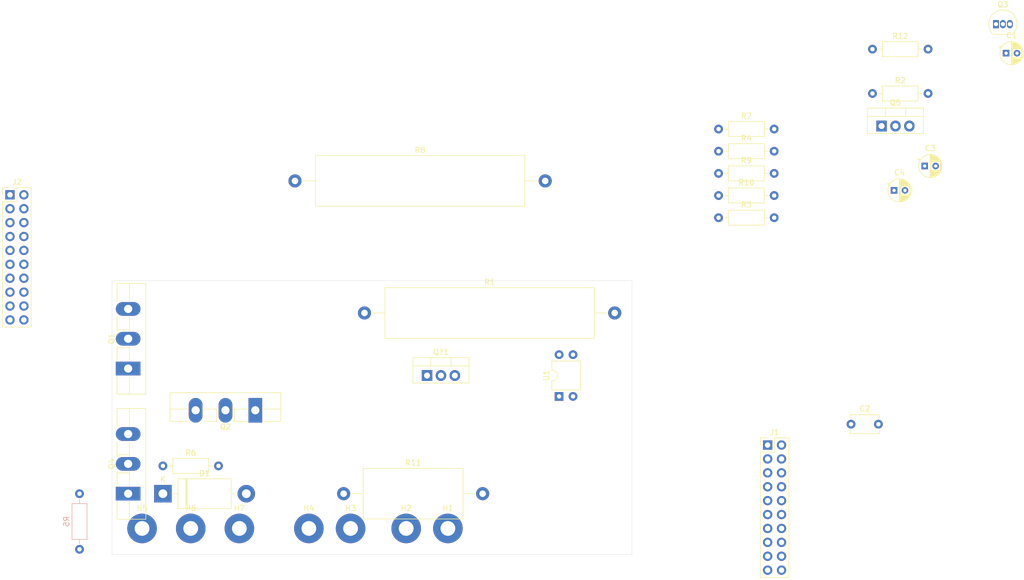
<source format=kicad_pcb>
(kicad_pcb (version 20171130) (host pcbnew "(5.1.4)-1")

  (general
    (thickness 1.6)
    (drawings 4)
    (tracks 0)
    (zones 0)
    (modules 33)
    (nets 26)
  )

  (page A4)
  (layers
    (0 F.Cu signal)
    (31 B.Cu signal)
    (32 B.Adhes user)
    (33 F.Adhes user)
    (34 B.Paste user)
    (35 F.Paste user)
    (36 B.SilkS user)
    (37 F.SilkS user)
    (38 B.Mask user)
    (39 F.Mask user)
    (40 Dwgs.User user hide)
    (41 Cmts.User user)
    (42 Eco1.User user)
    (43 Eco2.User user)
    (44 Edge.Cuts user)
    (45 Margin user)
    (46 B.CrtYd user hide)
    (47 F.CrtYd user hide)
    (48 B.Fab user hide)
    (49 F.Fab user hide)
  )

  (setup
    (last_trace_width 0.25)
    (trace_clearance 0.2)
    (zone_clearance 0.508)
    (zone_45_only no)
    (trace_min 0.2)
    (via_size 0.8)
    (via_drill 0.4)
    (via_min_size 0.4)
    (via_min_drill 0.3)
    (uvia_size 0.3)
    (uvia_drill 0.1)
    (uvias_allowed no)
    (uvia_min_size 0.2)
    (uvia_min_drill 0.1)
    (edge_width 0.05)
    (segment_width 0.2)
    (pcb_text_width 0.3)
    (pcb_text_size 1.5 1.5)
    (mod_edge_width 0.12)
    (mod_text_size 1 1)
    (mod_text_width 0.15)
    (pad_size 1.524 1.524)
    (pad_drill 0.762)
    (pad_to_mask_clearance 0.051)
    (solder_mask_min_width 0.25)
    (aux_axis_origin 0 0)
    (visible_elements FFFFFF7F)
    (pcbplotparams
      (layerselection 0x010fc_ffffffff)
      (usegerberextensions false)
      (usegerberattributes false)
      (usegerberadvancedattributes false)
      (creategerberjobfile false)
      (excludeedgelayer true)
      (linewidth 0.100000)
      (plotframeref false)
      (viasonmask false)
      (mode 1)
      (useauxorigin false)
      (hpglpennumber 1)
      (hpglpenspeed 20)
      (hpglpendiameter 15.000000)
      (psnegative false)
      (psa4output false)
      (plotreference true)
      (plotvalue true)
      (plotinvisibletext false)
      (padsonsilk false)
      (subtractmaskfromsilk false)
      (outputformat 1)
      (mirror false)
      (drillshape 1)
      (scaleselection 1)
      (outputdirectory ""))
  )

  (net 0 "")
  (net 1 GND)
  (net 2 +12V)
  (net 3 IMPULSE_SIGNAL)
  (net 4 "Net-(C3-Pad2)")
  (net 5 "Net-(C4-Pad1)")
  (net 6 IMPULSE)
  (net 7 "Net-(H1-Pad1)")
  (net 8 "Net-(H3-Pad1)")
  (net 9 ENABLE_IMPULSE)
  (net 10 "Net-(J2-Pad12)")
  (net 11 "Net-(J2-Pad11)")
  (net 12 "Net-(J2-Pad10)")
  (net 13 "Net-(J2-Pad9)")
  (net 14 +220V)
  (net 15 "Net-(Q1-Pad3)")
  (net 16 "Net-(Q1-Pad2)")
  (net 17 "Net-(Q1-Pad1)")
  (net 18 "Net-(Q3-Pad3)")
  (net 19 "Net-(Q3-Pad2)")
  (net 20 "Net-(Q4-Pad3)")
  (net 21 "Net-(Q4-Pad1)")
  (net 22 PREAMPLIFIED_SIGNAL)
  (net 23 "Net-(Q5-Pad1)")
  (net 24 "Net-(R3-Pad1)")
  (net 25 "Net-(R10-Pad1)")

  (net_class Default "This is the default net class."
    (clearance 0.2)
    (trace_width 0.25)
    (via_dia 0.8)
    (via_drill 0.4)
    (uvia_dia 0.3)
    (uvia_drill 0.1)
    (add_net +12V)
    (add_net +220V)
    (add_net ENABLE_IMPULSE)
    (add_net GND)
    (add_net IMPULSE)
    (add_net IMPULSE_SIGNAL)
    (add_net "Net-(C3-Pad2)")
    (add_net "Net-(C4-Pad1)")
    (add_net "Net-(H1-Pad1)")
    (add_net "Net-(H3-Pad1)")
    (add_net "Net-(J2-Pad10)")
    (add_net "Net-(J2-Pad11)")
    (add_net "Net-(J2-Pad12)")
    (add_net "Net-(J2-Pad9)")
    (add_net "Net-(Q1-Pad1)")
    (add_net "Net-(Q1-Pad2)")
    (add_net "Net-(Q1-Pad3)")
    (add_net "Net-(Q3-Pad2)")
    (add_net "Net-(Q3-Pad3)")
    (add_net "Net-(Q4-Pad1)")
    (add_net "Net-(Q4-Pad3)")
    (add_net "Net-(Q5-Pad1)")
    (add_net "Net-(R10-Pad1)")
    (add_net "Net-(R3-Pad1)")
    (add_net PREAMPLIFIED_SIGNAL)
  )

  (module Package_DIP:DIP-4_W7.62mm (layer F.Cu) (tedit 5A02E8C5) (tstamp 5E7332DE)
    (at 186.69 71.12 90)
    (descr "4-lead though-hole mounted DIP package, row spacing 7.62 mm (300 mils)")
    (tags "THT DIP DIL PDIP 2.54mm 7.62mm 300mil")
    (path /5E741318)
    (fp_text reference U1 (at 3.81 -2.33 90) (layer F.SilkS)
      (effects (font (size 1 1) (thickness 0.15)))
    )
    (fp_text value LTV-817 (at 3.81 4.87 90) (layer F.Fab)
      (effects (font (size 1 1) (thickness 0.15)))
    )
    (fp_text user %R (at 3.81 1.27 90) (layer F.Fab)
      (effects (font (size 1 1) (thickness 0.15)))
    )
    (fp_line (start 8.7 -1.55) (end -1.1 -1.55) (layer F.CrtYd) (width 0.05))
    (fp_line (start 8.7 4.1) (end 8.7 -1.55) (layer F.CrtYd) (width 0.05))
    (fp_line (start -1.1 4.1) (end 8.7 4.1) (layer F.CrtYd) (width 0.05))
    (fp_line (start -1.1 -1.55) (end -1.1 4.1) (layer F.CrtYd) (width 0.05))
    (fp_line (start 6.46 -1.33) (end 4.81 -1.33) (layer F.SilkS) (width 0.12))
    (fp_line (start 6.46 3.87) (end 6.46 -1.33) (layer F.SilkS) (width 0.12))
    (fp_line (start 1.16 3.87) (end 6.46 3.87) (layer F.SilkS) (width 0.12))
    (fp_line (start 1.16 -1.33) (end 1.16 3.87) (layer F.SilkS) (width 0.12))
    (fp_line (start 2.81 -1.33) (end 1.16 -1.33) (layer F.SilkS) (width 0.12))
    (fp_line (start 0.635 -0.27) (end 1.635 -1.27) (layer F.Fab) (width 0.1))
    (fp_line (start 0.635 3.81) (end 0.635 -0.27) (layer F.Fab) (width 0.1))
    (fp_line (start 6.985 3.81) (end 0.635 3.81) (layer F.Fab) (width 0.1))
    (fp_line (start 6.985 -1.27) (end 6.985 3.81) (layer F.Fab) (width 0.1))
    (fp_line (start 1.635 -1.27) (end 6.985 -1.27) (layer F.Fab) (width 0.1))
    (fp_arc (start 3.81 -1.33) (end 2.81 -1.33) (angle -180) (layer F.SilkS) (width 0.12))
    (pad 4 thru_hole oval (at 7.62 0 90) (size 1.6 1.6) (drill 0.8) (layers *.Cu *.Mask)
      (net 2 +12V))
    (pad 2 thru_hole oval (at 0 2.54 90) (size 1.6 1.6) (drill 0.8) (layers *.Cu *.Mask)
      (net 1 GND))
    (pad 3 thru_hole oval (at 7.62 2.54 90) (size 1.6 1.6) (drill 0.8) (layers *.Cu *.Mask)
      (net 24 "Net-(R3-Pad1)"))
    (pad 1 thru_hole rect (at 0 0 90) (size 1.6 1.6) (drill 0.8) (layers *.Cu *.Mask)
      (net 25 "Net-(R10-Pad1)"))
    (model ${KISYS3DMOD}/Package_DIP.3dshapes/DIP-4_W7.62mm.wrl
      (at (xyz 0 0 0))
      (scale (xyz 1 1 1))
      (rotate (xyz 0 0 0))
    )
  )

  (module Resistor_THT:R_Axial_DIN0207_L6.3mm_D2.5mm_P10.16mm_Horizontal (layer F.Cu) (tedit 5AE5139B) (tstamp 5E7332C6)
    (at 243.945001 7.675001)
    (descr "Resistor, Axial_DIN0207 series, Axial, Horizontal, pin pitch=10.16mm, 0.25W = 1/4W, length*diameter=6.3*2.5mm^2, http://cdn-reichelt.de/documents/datenblatt/B400/1_4W%23YAG.pdf")
    (tags "Resistor Axial_DIN0207 series Axial Horizontal pin pitch 10.16mm 0.25W = 1/4W length 6.3mm diameter 2.5mm")
    (path /5E78FE32)
    (fp_text reference R12 (at 5.08 -2.37) (layer F.SilkS)
      (effects (font (size 1 1) (thickness 0.15)))
    )
    (fp_text value 100k (at 5.08 2.37) (layer F.Fab)
      (effects (font (size 1 1) (thickness 0.15)))
    )
    (fp_text user %R (at 5.08 0) (layer F.Fab)
      (effects (font (size 1 1) (thickness 0.15)))
    )
    (fp_line (start 11.21 -1.5) (end -1.05 -1.5) (layer F.CrtYd) (width 0.05))
    (fp_line (start 11.21 1.5) (end 11.21 -1.5) (layer F.CrtYd) (width 0.05))
    (fp_line (start -1.05 1.5) (end 11.21 1.5) (layer F.CrtYd) (width 0.05))
    (fp_line (start -1.05 -1.5) (end -1.05 1.5) (layer F.CrtYd) (width 0.05))
    (fp_line (start 9.12 0) (end 8.35 0) (layer F.SilkS) (width 0.12))
    (fp_line (start 1.04 0) (end 1.81 0) (layer F.SilkS) (width 0.12))
    (fp_line (start 8.35 -1.37) (end 1.81 -1.37) (layer F.SilkS) (width 0.12))
    (fp_line (start 8.35 1.37) (end 8.35 -1.37) (layer F.SilkS) (width 0.12))
    (fp_line (start 1.81 1.37) (end 8.35 1.37) (layer F.SilkS) (width 0.12))
    (fp_line (start 1.81 -1.37) (end 1.81 1.37) (layer F.SilkS) (width 0.12))
    (fp_line (start 10.16 0) (end 8.23 0) (layer F.Fab) (width 0.1))
    (fp_line (start 0 0) (end 1.93 0) (layer F.Fab) (width 0.1))
    (fp_line (start 8.23 -1.25) (end 1.93 -1.25) (layer F.Fab) (width 0.1))
    (fp_line (start 8.23 1.25) (end 8.23 -1.25) (layer F.Fab) (width 0.1))
    (fp_line (start 1.93 1.25) (end 8.23 1.25) (layer F.Fab) (width 0.1))
    (fp_line (start 1.93 -1.25) (end 1.93 1.25) (layer F.Fab) (width 0.1))
    (pad 2 thru_hole oval (at 10.16 0) (size 1.6 1.6) (drill 0.8) (layers *.Cu *.Mask)
      (net 5 "Net-(C4-Pad1)"))
    (pad 1 thru_hole circle (at 0 0) (size 1.6 1.6) (drill 0.8) (layers *.Cu *.Mask)
      (net 1 GND))
    (model ${KISYS3DMOD}/Resistor_THT.3dshapes/R_Axial_DIN0207_L6.3mm_D2.5mm_P10.16mm_Horizontal.wrl
      (at (xyz 0 0 0))
      (scale (xyz 1 1 1))
      (rotate (xyz 0 0 0))
    )
  )

  (module Resistor_THT:R_Axial_DIN0918_L18.0mm_D9.0mm_P25.40mm_Horizontal (layer F.Cu) (tedit 5AE5139B) (tstamp 5E7332AF)
    (at 147.32 88.9)
    (descr "Resistor, Axial_DIN0918 series, Axial, Horizontal, pin pitch=25.4mm, 4W, length*diameter=18*9mm^2")
    (tags "Resistor Axial_DIN0918 series Axial Horizontal pin pitch 25.4mm 4W length 18mm diameter 9mm")
    (path /5EAB8CCD)
    (fp_text reference R11 (at 12.7 -5.62) (layer F.SilkS)
      (effects (font (size 1 1) (thickness 0.15)))
    )
    (fp_text value 0R1 (at 12.7 5.62) (layer F.Fab)
      (effects (font (size 1 1) (thickness 0.15)))
    )
    (fp_text user %R (at 12.7 0) (layer F.Fab)
      (effects (font (size 1 1) (thickness 0.15)))
    )
    (fp_line (start 26.85 -4.75) (end -1.45 -4.75) (layer F.CrtYd) (width 0.05))
    (fp_line (start 26.85 4.75) (end 26.85 -4.75) (layer F.CrtYd) (width 0.05))
    (fp_line (start -1.45 4.75) (end 26.85 4.75) (layer F.CrtYd) (width 0.05))
    (fp_line (start -1.45 -4.75) (end -1.45 4.75) (layer F.CrtYd) (width 0.05))
    (fp_line (start 23.96 0) (end 21.82 0) (layer F.SilkS) (width 0.12))
    (fp_line (start 1.44 0) (end 3.58 0) (layer F.SilkS) (width 0.12))
    (fp_line (start 21.82 -4.62) (end 3.58 -4.62) (layer F.SilkS) (width 0.12))
    (fp_line (start 21.82 4.62) (end 21.82 -4.62) (layer F.SilkS) (width 0.12))
    (fp_line (start 3.58 4.62) (end 21.82 4.62) (layer F.SilkS) (width 0.12))
    (fp_line (start 3.58 -4.62) (end 3.58 4.62) (layer F.SilkS) (width 0.12))
    (fp_line (start 25.4 0) (end 21.7 0) (layer F.Fab) (width 0.1))
    (fp_line (start 0 0) (end 3.7 0) (layer F.Fab) (width 0.1))
    (fp_line (start 21.7 -4.5) (end 3.7 -4.5) (layer F.Fab) (width 0.1))
    (fp_line (start 21.7 4.5) (end 21.7 -4.5) (layer F.Fab) (width 0.1))
    (fp_line (start 3.7 4.5) (end 21.7 4.5) (layer F.Fab) (width 0.1))
    (fp_line (start 3.7 -4.5) (end 3.7 4.5) (layer F.Fab) (width 0.1))
    (pad 2 thru_hole oval (at 25.4 0) (size 2.4 2.4) (drill 1.2) (layers *.Cu *.Mask)
      (net 1 GND))
    (pad 1 thru_hole circle (at 0 0) (size 2.4 2.4) (drill 1.2) (layers *.Cu *.Mask)
      (net 8 "Net-(H3-Pad1)"))
    (model ${KISYS3DMOD}/Resistor_THT.3dshapes/R_Axial_DIN0918_L18.0mm_D9.0mm_P25.40mm_Horizontal.wrl
      (at (xyz 0 0 0))
      (scale (xyz 1 1 1))
      (rotate (xyz 0 0 0))
    )
  )

  (module Resistor_THT:R_Axial_DIN0207_L6.3mm_D2.5mm_P10.16mm_Horizontal (layer F.Cu) (tedit 5AE5139B) (tstamp 5E733298)
    (at 215.825001 34.425001)
    (descr "Resistor, Axial_DIN0207 series, Axial, Horizontal, pin pitch=10.16mm, 0.25W = 1/4W, length*diameter=6.3*2.5mm^2, http://cdn-reichelt.de/documents/datenblatt/B400/1_4W%23YAG.pdf")
    (tags "Resistor Axial_DIN0207 series Axial Horizontal pin pitch 10.16mm 0.25W = 1/4W length 6.3mm diameter 2.5mm")
    (path /5E750F37)
    (fp_text reference R10 (at 5.08 -2.37) (layer F.SilkS)
      (effects (font (size 1 1) (thickness 0.15)))
    )
    (fp_text value 1k (at 5.08 2.37) (layer F.Fab)
      (effects (font (size 1 1) (thickness 0.15)))
    )
    (fp_text user %R (at 5.08 0) (layer F.Fab)
      (effects (font (size 1 1) (thickness 0.15)))
    )
    (fp_line (start 11.21 -1.5) (end -1.05 -1.5) (layer F.CrtYd) (width 0.05))
    (fp_line (start 11.21 1.5) (end 11.21 -1.5) (layer F.CrtYd) (width 0.05))
    (fp_line (start -1.05 1.5) (end 11.21 1.5) (layer F.CrtYd) (width 0.05))
    (fp_line (start -1.05 -1.5) (end -1.05 1.5) (layer F.CrtYd) (width 0.05))
    (fp_line (start 9.12 0) (end 8.35 0) (layer F.SilkS) (width 0.12))
    (fp_line (start 1.04 0) (end 1.81 0) (layer F.SilkS) (width 0.12))
    (fp_line (start 8.35 -1.37) (end 1.81 -1.37) (layer F.SilkS) (width 0.12))
    (fp_line (start 8.35 1.37) (end 8.35 -1.37) (layer F.SilkS) (width 0.12))
    (fp_line (start 1.81 1.37) (end 8.35 1.37) (layer F.SilkS) (width 0.12))
    (fp_line (start 1.81 -1.37) (end 1.81 1.37) (layer F.SilkS) (width 0.12))
    (fp_line (start 10.16 0) (end 8.23 0) (layer F.Fab) (width 0.1))
    (fp_line (start 0 0) (end 1.93 0) (layer F.Fab) (width 0.1))
    (fp_line (start 8.23 -1.25) (end 1.93 -1.25) (layer F.Fab) (width 0.1))
    (fp_line (start 8.23 1.25) (end 8.23 -1.25) (layer F.Fab) (width 0.1))
    (fp_line (start 1.93 1.25) (end 8.23 1.25) (layer F.Fab) (width 0.1))
    (fp_line (start 1.93 -1.25) (end 1.93 1.25) (layer F.Fab) (width 0.1))
    (pad 2 thru_hole oval (at 10.16 0) (size 1.6 1.6) (drill 0.8) (layers *.Cu *.Mask)
      (net 9 ENABLE_IMPULSE))
    (pad 1 thru_hole circle (at 0 0) (size 1.6 1.6) (drill 0.8) (layers *.Cu *.Mask)
      (net 25 "Net-(R10-Pad1)"))
    (model ${KISYS3DMOD}/Resistor_THT.3dshapes/R_Axial_DIN0207_L6.3mm_D2.5mm_P10.16mm_Horizontal.wrl
      (at (xyz 0 0 0))
      (scale (xyz 1 1 1))
      (rotate (xyz 0 0 0))
    )
  )

  (module Resistor_THT:R_Axial_DIN0207_L6.3mm_D2.5mm_P10.16mm_Horizontal (layer F.Cu) (tedit 5AE5139B) (tstamp 5E733281)
    (at 215.825001 30.375001)
    (descr "Resistor, Axial_DIN0207 series, Axial, Horizontal, pin pitch=10.16mm, 0.25W = 1/4W, length*diameter=6.3*2.5mm^2, http://cdn-reichelt.de/documents/datenblatt/B400/1_4W%23YAG.pdf")
    (tags "Resistor Axial_DIN0207 series Axial Horizontal pin pitch 10.16mm 0.25W = 1/4W length 6.3mm diameter 2.5mm")
    (path /5E7755A1)
    (fp_text reference R9 (at 5.08 -2.37) (layer F.SilkS)
      (effects (font (size 1 1) (thickness 0.15)))
    )
    (fp_text value 200R (at 5.08 2.37) (layer F.Fab)
      (effects (font (size 1 1) (thickness 0.15)))
    )
    (fp_text user %R (at 5.08 0) (layer F.Fab)
      (effects (font (size 1 1) (thickness 0.15)))
    )
    (fp_line (start 11.21 -1.5) (end -1.05 -1.5) (layer F.CrtYd) (width 0.05))
    (fp_line (start 11.21 1.5) (end 11.21 -1.5) (layer F.CrtYd) (width 0.05))
    (fp_line (start -1.05 1.5) (end 11.21 1.5) (layer F.CrtYd) (width 0.05))
    (fp_line (start -1.05 -1.5) (end -1.05 1.5) (layer F.CrtYd) (width 0.05))
    (fp_line (start 9.12 0) (end 8.35 0) (layer F.SilkS) (width 0.12))
    (fp_line (start 1.04 0) (end 1.81 0) (layer F.SilkS) (width 0.12))
    (fp_line (start 8.35 -1.37) (end 1.81 -1.37) (layer F.SilkS) (width 0.12))
    (fp_line (start 8.35 1.37) (end 8.35 -1.37) (layer F.SilkS) (width 0.12))
    (fp_line (start 1.81 1.37) (end 8.35 1.37) (layer F.SilkS) (width 0.12))
    (fp_line (start 1.81 -1.37) (end 1.81 1.37) (layer F.SilkS) (width 0.12))
    (fp_line (start 10.16 0) (end 8.23 0) (layer F.Fab) (width 0.1))
    (fp_line (start 0 0) (end 1.93 0) (layer F.Fab) (width 0.1))
    (fp_line (start 8.23 -1.25) (end 1.93 -1.25) (layer F.Fab) (width 0.1))
    (fp_line (start 8.23 1.25) (end 8.23 -1.25) (layer F.Fab) (width 0.1))
    (fp_line (start 1.93 1.25) (end 8.23 1.25) (layer F.Fab) (width 0.1))
    (fp_line (start 1.93 -1.25) (end 1.93 1.25) (layer F.Fab) (width 0.1))
    (pad 2 thru_hole oval (at 10.16 0) (size 1.6 1.6) (drill 0.8) (layers *.Cu *.Mask)
      (net 18 "Net-(Q3-Pad3)"))
    (pad 1 thru_hole circle (at 0 0) (size 1.6 1.6) (drill 0.8) (layers *.Cu *.Mask)
      (net 3 IMPULSE_SIGNAL))
    (model ${KISYS3DMOD}/Resistor_THT.3dshapes/R_Axial_DIN0207_L6.3mm_D2.5mm_P10.16mm_Horizontal.wrl
      (at (xyz 0 0 0))
      (scale (xyz 1 1 1))
      (rotate (xyz 0 0 0))
    )
  )

  (module Resistor_THT:R_Axial_Power_L38.0mm_W9.0mm_P45.72mm (layer F.Cu) (tedit 5AE5139B) (tstamp 5E7340B5)
    (at 138.43 31.75)
    (descr "Resistor, Axial_Power series, Box, pin pitch=45.72mm, 9W, length*width*height=38*9*9mm^3, http://cdn-reichelt.de/documents/datenblatt/B400/5WAXIAL_9WAXIAL_11WAXIAL_17WAXIAL%23YAG.pdf")
    (tags "Resistor Axial_Power series Box pin pitch 45.72mm 9W length 38mm width 9mm height 9mm")
    (path /5E7AA25A)
    (fp_text reference R8 (at 22.86 -5.62) (layer F.SilkS)
      (effects (font (size 1 1) (thickness 0.15)))
    )
    (fp_text value 10R (at 22.86 5.62) (layer F.Fab)
      (effects (font (size 1 1) (thickness 0.15)))
    )
    (fp_text user %R (at 22.86 0) (layer F.Fab)
      (effects (font (size 1 1) (thickness 0.15)))
    )
    (fp_line (start 47.17 -4.75) (end -1.45 -4.75) (layer F.CrtYd) (width 0.05))
    (fp_line (start 47.17 4.75) (end 47.17 -4.75) (layer F.CrtYd) (width 0.05))
    (fp_line (start -1.45 4.75) (end 47.17 4.75) (layer F.CrtYd) (width 0.05))
    (fp_line (start -1.45 -4.75) (end -1.45 4.75) (layer F.CrtYd) (width 0.05))
    (fp_line (start 44.28 0) (end 41.98 0) (layer F.SilkS) (width 0.12))
    (fp_line (start 1.44 0) (end 3.74 0) (layer F.SilkS) (width 0.12))
    (fp_line (start 41.98 -4.62) (end 3.74 -4.62) (layer F.SilkS) (width 0.12))
    (fp_line (start 41.98 4.62) (end 41.98 -4.62) (layer F.SilkS) (width 0.12))
    (fp_line (start 3.74 4.62) (end 41.98 4.62) (layer F.SilkS) (width 0.12))
    (fp_line (start 3.74 -4.62) (end 3.74 4.62) (layer F.SilkS) (width 0.12))
    (fp_line (start 45.72 0) (end 41.86 0) (layer F.Fab) (width 0.1))
    (fp_line (start 0 0) (end 3.86 0) (layer F.Fab) (width 0.1))
    (fp_line (start 41.86 -4.5) (end 3.86 -4.5) (layer F.Fab) (width 0.1))
    (fp_line (start 41.86 4.5) (end 41.86 -4.5) (layer F.Fab) (width 0.1))
    (fp_line (start 3.86 4.5) (end 41.86 4.5) (layer F.Fab) (width 0.1))
    (fp_line (start 3.86 -4.5) (end 3.86 4.5) (layer F.Fab) (width 0.1))
    (pad 2 thru_hole oval (at 45.72 0) (size 2.4 2.4) (drill 1.2) (layers *.Cu *.Mask)
      (net 20 "Net-(Q4-Pad3)"))
    (pad 1 thru_hole circle (at 0 0) (size 2.4 2.4) (drill 1.2) (layers *.Cu *.Mask)
      (net 14 +220V))
    (model ${KISYS3DMOD}/Resistor_THT.3dshapes/R_Axial_Power_L38.0mm_W9.0mm_P45.72mm.wrl
      (at (xyz 0 0 0))
      (scale (xyz 1 1 1))
      (rotate (xyz 0 0 0))
    )
  )

  (module Resistor_THT:R_Axial_DIN0207_L6.3mm_D2.5mm_P10.16mm_Horizontal (layer F.Cu) (tedit 5AE5139B) (tstamp 5E733253)
    (at 215.825001 22.275001)
    (descr "Resistor, Axial_DIN0207 series, Axial, Horizontal, pin pitch=10.16mm, 0.25W = 1/4W, length*diameter=6.3*2.5mm^2, http://cdn-reichelt.de/documents/datenblatt/B400/1_4W%23YAG.pdf")
    (tags "Resistor Axial_DIN0207 series Axial Horizontal pin pitch 10.16mm 0.25W = 1/4W length 6.3mm diameter 2.5mm")
    (path /5E761768)
    (fp_text reference R7 (at 5.08 -2.37) (layer F.SilkS)
      (effects (font (size 1 1) (thickness 0.15)))
    )
    (fp_text value 1k (at 5.08 2.37) (layer F.Fab)
      (effects (font (size 1 1) (thickness 0.15)))
    )
    (fp_text user %R (at 5.08 0) (layer F.Fab)
      (effects (font (size 1 1) (thickness 0.15)))
    )
    (fp_line (start 11.21 -1.5) (end -1.05 -1.5) (layer F.CrtYd) (width 0.05))
    (fp_line (start 11.21 1.5) (end 11.21 -1.5) (layer F.CrtYd) (width 0.05))
    (fp_line (start -1.05 1.5) (end 11.21 1.5) (layer F.CrtYd) (width 0.05))
    (fp_line (start -1.05 -1.5) (end -1.05 1.5) (layer F.CrtYd) (width 0.05))
    (fp_line (start 9.12 0) (end 8.35 0) (layer F.SilkS) (width 0.12))
    (fp_line (start 1.04 0) (end 1.81 0) (layer F.SilkS) (width 0.12))
    (fp_line (start 8.35 -1.37) (end 1.81 -1.37) (layer F.SilkS) (width 0.12))
    (fp_line (start 8.35 1.37) (end 8.35 -1.37) (layer F.SilkS) (width 0.12))
    (fp_line (start 1.81 1.37) (end 8.35 1.37) (layer F.SilkS) (width 0.12))
    (fp_line (start 1.81 -1.37) (end 1.81 1.37) (layer F.SilkS) (width 0.12))
    (fp_line (start 10.16 0) (end 8.23 0) (layer F.Fab) (width 0.1))
    (fp_line (start 0 0) (end 1.93 0) (layer F.Fab) (width 0.1))
    (fp_line (start 8.23 -1.25) (end 1.93 -1.25) (layer F.Fab) (width 0.1))
    (fp_line (start 8.23 1.25) (end 8.23 -1.25) (layer F.Fab) (width 0.1))
    (fp_line (start 1.93 1.25) (end 8.23 1.25) (layer F.Fab) (width 0.1))
    (fp_line (start 1.93 -1.25) (end 1.93 1.25) (layer F.Fab) (width 0.1))
    (pad 2 thru_hole oval (at 10.16 0) (size 1.6 1.6) (drill 0.8) (layers *.Cu *.Mask)
      (net 1 GND))
    (pad 1 thru_hole circle (at 0 0) (size 1.6 1.6) (drill 0.8) (layers *.Cu *.Mask)
      (net 18 "Net-(Q3-Pad3)"))
    (model ${KISYS3DMOD}/Resistor_THT.3dshapes/R_Axial_DIN0207_L6.3mm_D2.5mm_P10.16mm_Horizontal.wrl
      (at (xyz 0 0 0))
      (scale (xyz 1 1 1))
      (rotate (xyz 0 0 0))
    )
  )

  (module Resistor_THT:R_Axial_DIN0207_L6.3mm_D2.5mm_P10.16mm_Horizontal (layer F.Cu) (tedit 5AE5139B) (tstamp 5E73323C)
    (at 114.3 83.82)
    (descr "Resistor, Axial_DIN0207 series, Axial, Horizontal, pin pitch=10.16mm, 0.25W = 1/4W, length*diameter=6.3*2.5mm^2, http://cdn-reichelt.de/documents/datenblatt/B400/1_4W%23YAG.pdf")
    (tags "Resistor Axial_DIN0207 series Axial Horizontal pin pitch 10.16mm 0.25W = 1/4W length 6.3mm diameter 2.5mm")
    (path /5E7B15AB)
    (fp_text reference R6 (at 5.08 -2.37) (layer F.SilkS)
      (effects (font (size 1 1) (thickness 0.15)))
    )
    (fp_text value 10M (at 5.08 2.37) (layer F.Fab)
      (effects (font (size 1 1) (thickness 0.15)))
    )
    (fp_text user %R (at 5.08 0) (layer F.Fab)
      (effects (font (size 1 1) (thickness 0.15)))
    )
    (fp_line (start 11.21 -1.5) (end -1.05 -1.5) (layer F.CrtYd) (width 0.05))
    (fp_line (start 11.21 1.5) (end 11.21 -1.5) (layer F.CrtYd) (width 0.05))
    (fp_line (start -1.05 1.5) (end 11.21 1.5) (layer F.CrtYd) (width 0.05))
    (fp_line (start -1.05 -1.5) (end -1.05 1.5) (layer F.CrtYd) (width 0.05))
    (fp_line (start 9.12 0) (end 8.35 0) (layer F.SilkS) (width 0.12))
    (fp_line (start 1.04 0) (end 1.81 0) (layer F.SilkS) (width 0.12))
    (fp_line (start 8.35 -1.37) (end 1.81 -1.37) (layer F.SilkS) (width 0.12))
    (fp_line (start 8.35 1.37) (end 8.35 -1.37) (layer F.SilkS) (width 0.12))
    (fp_line (start 1.81 1.37) (end 8.35 1.37) (layer F.SilkS) (width 0.12))
    (fp_line (start 1.81 -1.37) (end 1.81 1.37) (layer F.SilkS) (width 0.12))
    (fp_line (start 10.16 0) (end 8.23 0) (layer F.Fab) (width 0.1))
    (fp_line (start 0 0) (end 1.93 0) (layer F.Fab) (width 0.1))
    (fp_line (start 8.23 -1.25) (end 1.93 -1.25) (layer F.Fab) (width 0.1))
    (fp_line (start 8.23 1.25) (end 8.23 -1.25) (layer F.Fab) (width 0.1))
    (fp_line (start 1.93 1.25) (end 8.23 1.25) (layer F.Fab) (width 0.1))
    (fp_line (start 1.93 -1.25) (end 1.93 1.25) (layer F.Fab) (width 0.1))
    (pad 2 thru_hole oval (at 10.16 0) (size 1.6 1.6) (drill 0.8) (layers *.Cu *.Mask)
      (net 1 GND))
    (pad 1 thru_hole circle (at 0 0) (size 1.6 1.6) (drill 0.8) (layers *.Cu *.Mask)
      (net 6 IMPULSE))
    (model ${KISYS3DMOD}/Resistor_THT.3dshapes/R_Axial_DIN0207_L6.3mm_D2.5mm_P10.16mm_Horizontal.wrl
      (at (xyz 0 0 0))
      (scale (xyz 1 1 1))
      (rotate (xyz 0 0 0))
    )
  )

  (module Resistor_THT:R_Axial_DIN0207_L6.3mm_D2.5mm_P10.16mm_Horizontal (layer B.Cu) (tedit 5AE5139B) (tstamp 5E734F8D)
    (at 99.06 88.9 270)
    (descr "Resistor, Axial_DIN0207 series, Axial, Horizontal, pin pitch=10.16mm, 0.25W = 1/4W, length*diameter=6.3*2.5mm^2, http://cdn-reichelt.de/documents/datenblatt/B400/1_4W%23YAG.pdf")
    (tags "Resistor Axial_DIN0207 series Axial Horizontal pin pitch 10.16mm 0.25W = 1/4W length 6.3mm diameter 2.5mm")
    (path /5E7C60F7)
    (fp_text reference R5 (at 5.08 2.37 270) (layer B.SilkS)
      (effects (font (size 1 1) (thickness 0.15)) (justify mirror))
    )
    (fp_text value 0R (at 5.08 -2.37 270) (layer B.Fab)
      (effects (font (size 1 1) (thickness 0.15)) (justify mirror))
    )
    (fp_text user %R (at 5.08 0 270) (layer B.Fab)
      (effects (font (size 1 1) (thickness 0.15)) (justify mirror))
    )
    (fp_line (start 11.21 1.5) (end -1.05 1.5) (layer B.CrtYd) (width 0.05))
    (fp_line (start 11.21 -1.5) (end 11.21 1.5) (layer B.CrtYd) (width 0.05))
    (fp_line (start -1.05 -1.5) (end 11.21 -1.5) (layer B.CrtYd) (width 0.05))
    (fp_line (start -1.05 1.5) (end -1.05 -1.5) (layer B.CrtYd) (width 0.05))
    (fp_line (start 9.12 0) (end 8.35 0) (layer B.SilkS) (width 0.12))
    (fp_line (start 1.04 0) (end 1.81 0) (layer B.SilkS) (width 0.12))
    (fp_line (start 8.35 1.37) (end 1.81 1.37) (layer B.SilkS) (width 0.12))
    (fp_line (start 8.35 -1.37) (end 8.35 1.37) (layer B.SilkS) (width 0.12))
    (fp_line (start 1.81 -1.37) (end 8.35 -1.37) (layer B.SilkS) (width 0.12))
    (fp_line (start 1.81 1.37) (end 1.81 -1.37) (layer B.SilkS) (width 0.12))
    (fp_line (start 10.16 0) (end 8.23 0) (layer B.Fab) (width 0.1))
    (fp_line (start 0 0) (end 1.93 0) (layer B.Fab) (width 0.1))
    (fp_line (start 8.23 1.25) (end 1.93 1.25) (layer B.Fab) (width 0.1))
    (fp_line (start 8.23 -1.25) (end 8.23 1.25) (layer B.Fab) (width 0.1))
    (fp_line (start 1.93 -1.25) (end 8.23 -1.25) (layer B.Fab) (width 0.1))
    (fp_line (start 1.93 1.25) (end 1.93 -1.25) (layer B.Fab) (width 0.1))
    (pad 2 thru_hole oval (at 10.16 0 270) (size 1.6 1.6) (drill 0.8) (layers *.Cu *.Mask)
      (net 16 "Net-(Q1-Pad2)"))
    (pad 1 thru_hole circle (at 0 0 270) (size 1.6 1.6) (drill 0.8) (layers *.Cu *.Mask)
      (net 21 "Net-(Q4-Pad1)"))
    (model ${KISYS3DMOD}/Resistor_THT.3dshapes/R_Axial_DIN0207_L6.3mm_D2.5mm_P10.16mm_Horizontal.wrl
      (at (xyz 0 0 0))
      (scale (xyz 1 1 1))
      (rotate (xyz 0 0 0))
    )
  )

  (module Resistor_THT:R_Axial_DIN0207_L6.3mm_D2.5mm_P10.16mm_Horizontal (layer F.Cu) (tedit 5AE5139B) (tstamp 5E73320E)
    (at 215.825001 26.325001)
    (descr "Resistor, Axial_DIN0207 series, Axial, Horizontal, pin pitch=10.16mm, 0.25W = 1/4W, length*diameter=6.3*2.5mm^2, http://cdn-reichelt.de/documents/datenblatt/B400/1_4W%23YAG.pdf")
    (tags "Resistor Axial_DIN0207 series Axial Horizontal pin pitch 10.16mm 0.25W = 1/4W length 6.3mm diameter 2.5mm")
    (path /5E7978C5)
    (fp_text reference R4 (at 5.08 -2.37) (layer F.SilkS)
      (effects (font (size 1 1) (thickness 0.15)))
    )
    (fp_text value 1k (at 5.08 2.37) (layer F.Fab)
      (effects (font (size 1 1) (thickness 0.15)))
    )
    (fp_text user %R (at 5.08 0) (layer F.Fab)
      (effects (font (size 1 1) (thickness 0.15)))
    )
    (fp_line (start 11.21 -1.5) (end -1.05 -1.5) (layer F.CrtYd) (width 0.05))
    (fp_line (start 11.21 1.5) (end 11.21 -1.5) (layer F.CrtYd) (width 0.05))
    (fp_line (start -1.05 1.5) (end 11.21 1.5) (layer F.CrtYd) (width 0.05))
    (fp_line (start -1.05 -1.5) (end -1.05 1.5) (layer F.CrtYd) (width 0.05))
    (fp_line (start 9.12 0) (end 8.35 0) (layer F.SilkS) (width 0.12))
    (fp_line (start 1.04 0) (end 1.81 0) (layer F.SilkS) (width 0.12))
    (fp_line (start 8.35 -1.37) (end 1.81 -1.37) (layer F.SilkS) (width 0.12))
    (fp_line (start 8.35 1.37) (end 8.35 -1.37) (layer F.SilkS) (width 0.12))
    (fp_line (start 1.81 1.37) (end 8.35 1.37) (layer F.SilkS) (width 0.12))
    (fp_line (start 1.81 -1.37) (end 1.81 1.37) (layer F.SilkS) (width 0.12))
    (fp_line (start 10.16 0) (end 8.23 0) (layer F.Fab) (width 0.1))
    (fp_line (start 0 0) (end 1.93 0) (layer F.Fab) (width 0.1))
    (fp_line (start 8.23 -1.25) (end 1.93 -1.25) (layer F.Fab) (width 0.1))
    (fp_line (start 8.23 1.25) (end 8.23 -1.25) (layer F.Fab) (width 0.1))
    (fp_line (start 1.93 1.25) (end 8.23 1.25) (layer F.Fab) (width 0.1))
    (fp_line (start 1.93 -1.25) (end 1.93 1.25) (layer F.Fab) (width 0.1))
    (pad 2 thru_hole oval (at 10.16 0) (size 1.6 1.6) (drill 0.8) (layers *.Cu *.Mask)
      (net 15 "Net-(Q1-Pad3)"))
    (pad 1 thru_hole circle (at 0 0) (size 1.6 1.6) (drill 0.8) (layers *.Cu *.Mask)
      (net 14 +220V))
    (model ${KISYS3DMOD}/Resistor_THT.3dshapes/R_Axial_DIN0207_L6.3mm_D2.5mm_P10.16mm_Horizontal.wrl
      (at (xyz 0 0 0))
      (scale (xyz 1 1 1))
      (rotate (xyz 0 0 0))
    )
  )

  (module Resistor_THT:R_Axial_DIN0207_L6.3mm_D2.5mm_P10.16mm_Horizontal (layer F.Cu) (tedit 5AE5139B) (tstamp 5E7331F7)
    (at 215.825001 38.475001)
    (descr "Resistor, Axial_DIN0207 series, Axial, Horizontal, pin pitch=10.16mm, 0.25W = 1/4W, length*diameter=6.3*2.5mm^2, http://cdn-reichelt.de/documents/datenblatt/B400/1_4W%23YAG.pdf")
    (tags "Resistor Axial_DIN0207 series Axial Horizontal pin pitch 10.16mm 0.25W = 1/4W length 6.3mm diameter 2.5mm")
    (path /5E739DD2)
    (fp_text reference R3 (at 5.08 -2.37) (layer F.SilkS)
      (effects (font (size 1 1) (thickness 0.15)))
    )
    (fp_text value 1k (at 5.08 2.37) (layer F.Fab)
      (effects (font (size 1 1) (thickness 0.15)))
    )
    (fp_text user %R (at 5.08 0) (layer F.Fab)
      (effects (font (size 1 1) (thickness 0.15)))
    )
    (fp_line (start 11.21 -1.5) (end -1.05 -1.5) (layer F.CrtYd) (width 0.05))
    (fp_line (start 11.21 1.5) (end 11.21 -1.5) (layer F.CrtYd) (width 0.05))
    (fp_line (start -1.05 1.5) (end 11.21 1.5) (layer F.CrtYd) (width 0.05))
    (fp_line (start -1.05 -1.5) (end -1.05 1.5) (layer F.CrtYd) (width 0.05))
    (fp_line (start 9.12 0) (end 8.35 0) (layer F.SilkS) (width 0.12))
    (fp_line (start 1.04 0) (end 1.81 0) (layer F.SilkS) (width 0.12))
    (fp_line (start 8.35 -1.37) (end 1.81 -1.37) (layer F.SilkS) (width 0.12))
    (fp_line (start 8.35 1.37) (end 8.35 -1.37) (layer F.SilkS) (width 0.12))
    (fp_line (start 1.81 1.37) (end 8.35 1.37) (layer F.SilkS) (width 0.12))
    (fp_line (start 1.81 -1.37) (end 1.81 1.37) (layer F.SilkS) (width 0.12))
    (fp_line (start 10.16 0) (end 8.23 0) (layer F.Fab) (width 0.1))
    (fp_line (start 0 0) (end 1.93 0) (layer F.Fab) (width 0.1))
    (fp_line (start 8.23 -1.25) (end 1.93 -1.25) (layer F.Fab) (width 0.1))
    (fp_line (start 8.23 1.25) (end 8.23 -1.25) (layer F.Fab) (width 0.1))
    (fp_line (start 1.93 1.25) (end 8.23 1.25) (layer F.Fab) (width 0.1))
    (fp_line (start 1.93 -1.25) (end 1.93 1.25) (layer F.Fab) (width 0.1))
    (pad 2 thru_hole oval (at 10.16 0) (size 1.6 1.6) (drill 0.8) (layers *.Cu *.Mask)
      (net 19 "Net-(Q3-Pad2)"))
    (pad 1 thru_hole circle (at 0 0) (size 1.6 1.6) (drill 0.8) (layers *.Cu *.Mask)
      (net 24 "Net-(R3-Pad1)"))
    (model ${KISYS3DMOD}/Resistor_THT.3dshapes/R_Axial_DIN0207_L6.3mm_D2.5mm_P10.16mm_Horizontal.wrl
      (at (xyz 0 0 0))
      (scale (xyz 1 1 1))
      (rotate (xyz 0 0 0))
    )
  )

  (module Resistor_THT:R_Axial_DIN0207_L6.3mm_D2.5mm_P10.16mm_Horizontal (layer F.Cu) (tedit 5AE5139B) (tstamp 5E7331E0)
    (at 243.945001 15.775001)
    (descr "Resistor, Axial_DIN0207 series, Axial, Horizontal, pin pitch=10.16mm, 0.25W = 1/4W, length*diameter=6.3*2.5mm^2, http://cdn-reichelt.de/documents/datenblatt/B400/1_4W%23YAG.pdf")
    (tags "Resistor Axial_DIN0207 series Axial Horizontal pin pitch 10.16mm 0.25W = 1/4W length 6.3mm diameter 2.5mm")
    (path /5E7BFBFB)
    (fp_text reference R2 (at 5.08 -2.37) (layer F.SilkS)
      (effects (font (size 1 1) (thickness 0.15)))
    )
    (fp_text value 0R (at 5.08 2.37) (layer F.Fab)
      (effects (font (size 1 1) (thickness 0.15)))
    )
    (fp_text user %R (at 5.08 0) (layer F.Fab)
      (effects (font (size 1 1) (thickness 0.15)))
    )
    (fp_line (start 11.21 -1.5) (end -1.05 -1.5) (layer F.CrtYd) (width 0.05))
    (fp_line (start 11.21 1.5) (end 11.21 -1.5) (layer F.CrtYd) (width 0.05))
    (fp_line (start -1.05 1.5) (end 11.21 1.5) (layer F.CrtYd) (width 0.05))
    (fp_line (start -1.05 -1.5) (end -1.05 1.5) (layer F.CrtYd) (width 0.05))
    (fp_line (start 9.12 0) (end 8.35 0) (layer F.SilkS) (width 0.12))
    (fp_line (start 1.04 0) (end 1.81 0) (layer F.SilkS) (width 0.12))
    (fp_line (start 8.35 -1.37) (end 1.81 -1.37) (layer F.SilkS) (width 0.12))
    (fp_line (start 8.35 1.37) (end 8.35 -1.37) (layer F.SilkS) (width 0.12))
    (fp_line (start 1.81 1.37) (end 8.35 1.37) (layer F.SilkS) (width 0.12))
    (fp_line (start 1.81 -1.37) (end 1.81 1.37) (layer F.SilkS) (width 0.12))
    (fp_line (start 10.16 0) (end 8.23 0) (layer F.Fab) (width 0.1))
    (fp_line (start 0 0) (end 1.93 0) (layer F.Fab) (width 0.1))
    (fp_line (start 8.23 -1.25) (end 1.93 -1.25) (layer F.Fab) (width 0.1))
    (fp_line (start 8.23 1.25) (end 8.23 -1.25) (layer F.Fab) (width 0.1))
    (fp_line (start 1.93 1.25) (end 8.23 1.25) (layer F.Fab) (width 0.1))
    (fp_line (start 1.93 -1.25) (end 1.93 1.25) (layer F.Fab) (width 0.1))
    (pad 2 thru_hole oval (at 10.16 0) (size 1.6 1.6) (drill 0.8) (layers *.Cu *.Mask)
      (net 22 PREAMPLIFIED_SIGNAL))
    (pad 1 thru_hole circle (at 0 0) (size 1.6 1.6) (drill 0.8) (layers *.Cu *.Mask)
      (net 16 "Net-(Q1-Pad2)"))
    (model ${KISYS3DMOD}/Resistor_THT.3dshapes/R_Axial_DIN0207_L6.3mm_D2.5mm_P10.16mm_Horizontal.wrl
      (at (xyz 0 0 0))
      (scale (xyz 1 1 1))
      (rotate (xyz 0 0 0))
    )
  )

  (module Resistor_THT:R_Axial_Power_L38.0mm_W9.0mm_P45.72mm (layer F.Cu) (tedit 5AE5139B) (tstamp 5E73434B)
    (at 151.13 55.88)
    (descr "Resistor, Axial_Power series, Box, pin pitch=45.72mm, 9W, length*width*height=38*9*9mm^3, http://cdn-reichelt.de/documents/datenblatt/B400/5WAXIAL_9WAXIAL_11WAXIAL_17WAXIAL%23YAG.pdf")
    (tags "Resistor Axial_Power series Box pin pitch 45.72mm 9W length 38mm width 9mm height 9mm")
    (path /5E79B964)
    (fp_text reference R1 (at 22.86 -5.62) (layer F.SilkS)
      (effects (font (size 1 1) (thickness 0.15)))
    )
    (fp_text value 4k7 (at 22.86 5.62) (layer F.Fab)
      (effects (font (size 1 1) (thickness 0.15)))
    )
    (fp_text user %R (at 22.86 0) (layer F.Fab)
      (effects (font (size 1 1) (thickness 0.15)))
    )
    (fp_line (start 47.17 -4.75) (end -1.45 -4.75) (layer F.CrtYd) (width 0.05))
    (fp_line (start 47.17 4.75) (end 47.17 -4.75) (layer F.CrtYd) (width 0.05))
    (fp_line (start -1.45 4.75) (end 47.17 4.75) (layer F.CrtYd) (width 0.05))
    (fp_line (start -1.45 -4.75) (end -1.45 4.75) (layer F.CrtYd) (width 0.05))
    (fp_line (start 44.28 0) (end 41.98 0) (layer F.SilkS) (width 0.12))
    (fp_line (start 1.44 0) (end 3.74 0) (layer F.SilkS) (width 0.12))
    (fp_line (start 41.98 -4.62) (end 3.74 -4.62) (layer F.SilkS) (width 0.12))
    (fp_line (start 41.98 4.62) (end 41.98 -4.62) (layer F.SilkS) (width 0.12))
    (fp_line (start 3.74 4.62) (end 41.98 4.62) (layer F.SilkS) (width 0.12))
    (fp_line (start 3.74 -4.62) (end 3.74 4.62) (layer F.SilkS) (width 0.12))
    (fp_line (start 45.72 0) (end 41.86 0) (layer F.Fab) (width 0.1))
    (fp_line (start 0 0) (end 3.86 0) (layer F.Fab) (width 0.1))
    (fp_line (start 41.86 -4.5) (end 3.86 -4.5) (layer F.Fab) (width 0.1))
    (fp_line (start 41.86 4.5) (end 41.86 -4.5) (layer F.Fab) (width 0.1))
    (fp_line (start 3.86 4.5) (end 41.86 4.5) (layer F.Fab) (width 0.1))
    (fp_line (start 3.86 -4.5) (end 3.86 4.5) (layer F.Fab) (width 0.1))
    (pad 2 thru_hole oval (at 45.72 0) (size 2.4 2.4) (drill 1.2) (layers *.Cu *.Mask)
      (net 1 GND))
    (pad 1 thru_hole circle (at 0 0) (size 2.4 2.4) (drill 1.2) (layers *.Cu *.Mask)
      (net 17 "Net-(Q1-Pad1)"))
    (model ${KISYS3DMOD}/Resistor_THT.3dshapes/R_Axial_Power_L38.0mm_W9.0mm_P45.72mm.wrl
      (at (xyz 0 0 0))
      (scale (xyz 1 1 1))
      (rotate (xyz 0 0 0))
    )
  )

  (module Package_TO_SOT_THT:TO-220-3_Vertical (layer F.Cu) (tedit 5AC8BA0D) (tstamp 5E7331B2)
    (at 162.56 67.31)
    (descr "TO-220-3, Vertical, RM 2.54mm, see https://www.vishay.com/docs/66542/to-220-1.pdf")
    (tags "TO-220-3 Vertical RM 2.54mm")
    (path /5E7926B8)
    (fp_text reference Q?1 (at 2.54 -4.27) (layer F.SilkS)
      (effects (font (size 1 1) (thickness 0.15)))
    )
    (fp_text value BU407 (at 2.54 2.5) (layer F.Fab)
      (effects (font (size 1 1) (thickness 0.15)))
    )
    (fp_text user %R (at 2.54 -4.27) (layer F.Fab)
      (effects (font (size 1 1) (thickness 0.15)))
    )
    (fp_line (start 7.79 -3.4) (end -2.71 -3.4) (layer F.CrtYd) (width 0.05))
    (fp_line (start 7.79 1.51) (end 7.79 -3.4) (layer F.CrtYd) (width 0.05))
    (fp_line (start -2.71 1.51) (end 7.79 1.51) (layer F.CrtYd) (width 0.05))
    (fp_line (start -2.71 -3.4) (end -2.71 1.51) (layer F.CrtYd) (width 0.05))
    (fp_line (start 4.391 -3.27) (end 4.391 -1.76) (layer F.SilkS) (width 0.12))
    (fp_line (start 0.69 -3.27) (end 0.69 -1.76) (layer F.SilkS) (width 0.12))
    (fp_line (start -2.58 -1.76) (end 7.66 -1.76) (layer F.SilkS) (width 0.12))
    (fp_line (start 7.66 -3.27) (end 7.66 1.371) (layer F.SilkS) (width 0.12))
    (fp_line (start -2.58 -3.27) (end -2.58 1.371) (layer F.SilkS) (width 0.12))
    (fp_line (start -2.58 1.371) (end 7.66 1.371) (layer F.SilkS) (width 0.12))
    (fp_line (start -2.58 -3.27) (end 7.66 -3.27) (layer F.SilkS) (width 0.12))
    (fp_line (start 4.39 -3.15) (end 4.39 -1.88) (layer F.Fab) (width 0.1))
    (fp_line (start 0.69 -3.15) (end 0.69 -1.88) (layer F.Fab) (width 0.1))
    (fp_line (start -2.46 -1.88) (end 7.54 -1.88) (layer F.Fab) (width 0.1))
    (fp_line (start 7.54 -3.15) (end -2.46 -3.15) (layer F.Fab) (width 0.1))
    (fp_line (start 7.54 1.25) (end 7.54 -3.15) (layer F.Fab) (width 0.1))
    (fp_line (start -2.46 1.25) (end 7.54 1.25) (layer F.Fab) (width 0.1))
    (fp_line (start -2.46 -3.15) (end -2.46 1.25) (layer F.Fab) (width 0.1))
    (pad 3 thru_hole oval (at 5.08 0) (size 1.905 2) (drill 1.1) (layers *.Cu *.Mask)
      (net 23 "Net-(Q5-Pad1)"))
    (pad 2 thru_hole oval (at 2.54 0) (size 1.905 2) (drill 1.1) (layers *.Cu *.Mask)
      (net 22 PREAMPLIFIED_SIGNAL))
    (pad 1 thru_hole rect (at 0 0) (size 1.905 2) (drill 1.1) (layers *.Cu *.Mask)
      (net 5 "Net-(C4-Pad1)"))
    (model ${KISYS3DMOD}/Package_TO_SOT_THT.3dshapes/TO-220-3_Vertical.wrl
      (at (xyz 0 0 0))
      (scale (xyz 1 1 1))
      (rotate (xyz 0 0 0))
    )
  )

  (module Package_TO_SOT_THT:TO-220-3_Vertical (layer F.Cu) (tedit 5AC8BA0D) (tstamp 5E733198)
    (at 245.605001 21.725001)
    (descr "TO-220-3, Vertical, RM 2.54mm, see https://www.vishay.com/docs/66542/to-220-1.pdf")
    (tags "TO-220-3 Vertical RM 2.54mm")
    (path /5E7937F4)
    (fp_text reference Q5 (at 2.54 -4.27) (layer F.SilkS)
      (effects (font (size 1 1) (thickness 0.15)))
    )
    (fp_text value BU407 (at 2.54 2.5) (layer F.Fab)
      (effects (font (size 1 1) (thickness 0.15)))
    )
    (fp_text user %R (at 2.54 -4.27) (layer F.Fab)
      (effects (font (size 1 1) (thickness 0.15)))
    )
    (fp_line (start 7.79 -3.4) (end -2.71 -3.4) (layer F.CrtYd) (width 0.05))
    (fp_line (start 7.79 1.51) (end 7.79 -3.4) (layer F.CrtYd) (width 0.05))
    (fp_line (start -2.71 1.51) (end 7.79 1.51) (layer F.CrtYd) (width 0.05))
    (fp_line (start -2.71 -3.4) (end -2.71 1.51) (layer F.CrtYd) (width 0.05))
    (fp_line (start 4.391 -3.27) (end 4.391 -1.76) (layer F.SilkS) (width 0.12))
    (fp_line (start 0.69 -3.27) (end 0.69 -1.76) (layer F.SilkS) (width 0.12))
    (fp_line (start -2.58 -1.76) (end 7.66 -1.76) (layer F.SilkS) (width 0.12))
    (fp_line (start 7.66 -3.27) (end 7.66 1.371) (layer F.SilkS) (width 0.12))
    (fp_line (start -2.58 -3.27) (end -2.58 1.371) (layer F.SilkS) (width 0.12))
    (fp_line (start -2.58 1.371) (end 7.66 1.371) (layer F.SilkS) (width 0.12))
    (fp_line (start -2.58 -3.27) (end 7.66 -3.27) (layer F.SilkS) (width 0.12))
    (fp_line (start 4.39 -3.15) (end 4.39 -1.88) (layer F.Fab) (width 0.1))
    (fp_line (start 0.69 -3.15) (end 0.69 -1.88) (layer F.Fab) (width 0.1))
    (fp_line (start -2.46 -1.88) (end 7.54 -1.88) (layer F.Fab) (width 0.1))
    (fp_line (start 7.54 -3.15) (end -2.46 -3.15) (layer F.Fab) (width 0.1))
    (fp_line (start 7.54 1.25) (end 7.54 -3.15) (layer F.Fab) (width 0.1))
    (fp_line (start -2.46 1.25) (end 7.54 1.25) (layer F.Fab) (width 0.1))
    (fp_line (start -2.46 -3.15) (end -2.46 1.25) (layer F.Fab) (width 0.1))
    (pad 3 thru_hole oval (at 5.08 0) (size 1.905 2) (drill 1.1) (layers *.Cu *.Mask)
      (net 1 GND))
    (pad 2 thru_hole oval (at 2.54 0) (size 1.905 2) (drill 1.1) (layers *.Cu *.Mask)
      (net 22 PREAMPLIFIED_SIGNAL))
    (pad 1 thru_hole rect (at 0 0) (size 1.905 2) (drill 1.1) (layers *.Cu *.Mask)
      (net 23 "Net-(Q5-Pad1)"))
    (model ${KISYS3DMOD}/Package_TO_SOT_THT.3dshapes/TO-220-3_Vertical.wrl
      (at (xyz 0 0 0))
      (scale (xyz 1 1 1))
      (rotate (xyz 0 0 0))
    )
  )

  (module Package_TO_SOT_THT:TO-264-3_Vertical (layer F.Cu) (tedit 5AC8BA0D) (tstamp 5E734270)
    (at 107.95 88.9 90)
    (descr "TO-264-3, Vertical, RM 5.45mm, see https://www.fairchildsemi.com/package-drawings/TO/TO264A03.pdf")
    (tags "TO-264-3 Vertical RM 5.45mm")
    (path /5E7A8047)
    (fp_text reference Q4 (at 5.45 -3.02 90) (layer F.SilkS)
      (effects (font (size 1 1) (thickness 0.15)))
    )
    (fp_text value 2SA1943 (at 5.45 4.35 90) (layer F.Fab)
      (effects (font (size 1 1) (thickness 0.15)))
    )
    (fp_text user %R (at 5.45 -3.02 90) (layer F.Fab)
      (effects (font (size 1 1) (thickness 0.15)))
    )
    (fp_line (start 15.7 -2.5) (end -4.8 -2.5) (layer F.CrtYd) (width 0.05))
    (fp_line (start 15.7 3.35) (end 15.7 -2.5) (layer F.CrtYd) (width 0.05))
    (fp_line (start -4.8 3.35) (end 15.7 3.35) (layer F.CrtYd) (width 0.05))
    (fp_line (start -4.8 -2.5) (end -4.8 3.35) (layer F.CrtYd) (width 0.05))
    (fp_line (start 7.1 -2.021) (end 7.1 0.22) (layer F.SilkS) (width 0.12))
    (fp_line (start 3.8 -2.021) (end 3.8 0.22) (layer F.SilkS) (width 0.12))
    (fp_line (start 12.3 0.22) (end 15.57 0.22) (layer F.SilkS) (width 0.12))
    (fp_line (start 6.85 0.22) (end 9.5 0.22) (layer F.SilkS) (width 0.12))
    (fp_line (start 1.4 0.22) (end 4.051 0.22) (layer F.SilkS) (width 0.12))
    (fp_line (start -4.67 0.22) (end -1.4 0.22) (layer F.SilkS) (width 0.12))
    (fp_line (start 15.57 -2.021) (end 15.57 3.22) (layer F.SilkS) (width 0.12))
    (fp_line (start -4.67 -2.021) (end -4.67 3.22) (layer F.SilkS) (width 0.12))
    (fp_line (start -4.67 3.22) (end 15.57 3.22) (layer F.SilkS) (width 0.12))
    (fp_line (start 12.3 -2.021) (end 15.57 -2.021) (layer F.SilkS) (width 0.12))
    (fp_line (start 6.85 -2.021) (end 9.5 -2.021) (layer F.SilkS) (width 0.12))
    (fp_line (start 1.4 -2.021) (end 4.051 -2.021) (layer F.SilkS) (width 0.12))
    (fp_line (start -4.67 -2.021) (end -1.4 -2.021) (layer F.SilkS) (width 0.12))
    (fp_line (start 7.1 -1.9) (end 7.1 0.1) (layer F.Fab) (width 0.1))
    (fp_line (start 3.8 -1.9) (end 3.8 0.1) (layer F.Fab) (width 0.1))
    (fp_line (start -4.55 0.1) (end 15.45 0.1) (layer F.Fab) (width 0.1))
    (fp_line (start 15.45 -1.9) (end -4.55 -1.9) (layer F.Fab) (width 0.1))
    (fp_line (start 15.45 3.1) (end 15.45 -1.9) (layer F.Fab) (width 0.1))
    (fp_line (start -4.55 3.1) (end 15.45 3.1) (layer F.Fab) (width 0.1))
    (fp_line (start -4.55 -1.9) (end -4.55 3.1) (layer F.Fab) (width 0.1))
    (pad 3 thru_hole oval (at 10.9 0 90) (size 2.5 4.5) (drill 1.5) (layers *.Cu *.Mask)
      (net 20 "Net-(Q4-Pad3)"))
    (pad 2 thru_hole oval (at 5.45 0 90) (size 2.5 4.5) (drill 1.5) (layers *.Cu *.Mask)
      (net 6 IMPULSE))
    (pad 1 thru_hole rect (at 0 0 90) (size 2.5 4.5) (drill 1.5) (layers *.Cu *.Mask)
      (net 21 "Net-(Q4-Pad1)"))
    (model ${KISYS3DMOD}/Package_TO_SOT_THT.3dshapes/TO-264-3_Vertical.wrl
      (at (xyz 0 0 0))
      (scale (xyz 1 1 1))
      (rotate (xyz 0 0 0))
    )
  )

  (module Package_TO_SOT_THT:TO-92_Inline (layer F.Cu) (tedit 5A1DD157) (tstamp 5E73315E)
    (at 266.505001 3.105001)
    (descr "TO-92 leads in-line, narrow, oval pads, drill 0.75mm (see NXP sot054_po.pdf)")
    (tags "to-92 sc-43 sc-43a sot54 PA33 transistor")
    (path /5E736122)
    (fp_text reference Q3 (at 1.27 -3.56) (layer F.SilkS)
      (effects (font (size 1 1) (thickness 0.15)))
    )
    (fp_text value BC337 (at 1.27 2.79) (layer F.Fab)
      (effects (font (size 1 1) (thickness 0.15)))
    )
    (fp_arc (start 1.27 0) (end 1.27 -2.6) (angle 135) (layer F.SilkS) (width 0.12))
    (fp_arc (start 1.27 0) (end 1.27 -2.48) (angle -135) (layer F.Fab) (width 0.1))
    (fp_arc (start 1.27 0) (end 1.27 -2.6) (angle -135) (layer F.SilkS) (width 0.12))
    (fp_arc (start 1.27 0) (end 1.27 -2.48) (angle 135) (layer F.Fab) (width 0.1))
    (fp_line (start 4 2.01) (end -1.46 2.01) (layer F.CrtYd) (width 0.05))
    (fp_line (start 4 2.01) (end 4 -2.73) (layer F.CrtYd) (width 0.05))
    (fp_line (start -1.46 -2.73) (end -1.46 2.01) (layer F.CrtYd) (width 0.05))
    (fp_line (start -1.46 -2.73) (end 4 -2.73) (layer F.CrtYd) (width 0.05))
    (fp_line (start -0.5 1.75) (end 3 1.75) (layer F.Fab) (width 0.1))
    (fp_line (start -0.53 1.85) (end 3.07 1.85) (layer F.SilkS) (width 0.12))
    (fp_text user %R (at 1.27 -3.56) (layer F.Fab)
      (effects (font (size 1 1) (thickness 0.15)))
    )
    (pad 1 thru_hole rect (at 0 0) (size 1.05 1.5) (drill 0.75) (layers *.Cu *.Mask)
      (net 2 +12V))
    (pad 3 thru_hole oval (at 2.54 0) (size 1.05 1.5) (drill 0.75) (layers *.Cu *.Mask)
      (net 18 "Net-(Q3-Pad3)"))
    (pad 2 thru_hole oval (at 1.27 0) (size 1.05 1.5) (drill 0.75) (layers *.Cu *.Mask)
      (net 19 "Net-(Q3-Pad2)"))
    (model ${KISYS3DMOD}/Package_TO_SOT_THT.3dshapes/TO-92_Inline.wrl
      (at (xyz 0 0 0))
      (scale (xyz 1 1 1))
      (rotate (xyz 0 0 0))
    )
  )

  (module Package_TO_SOT_THT:TO-264-3_Vertical (layer F.Cu) (tedit 5AC8BA0D) (tstamp 5E73314C)
    (at 131.18 73.66 180)
    (descr "TO-264-3, Vertical, RM 5.45mm, see https://www.fairchildsemi.com/package-drawings/TO/TO264A03.pdf")
    (tags "TO-264-3 Vertical RM 5.45mm")
    (path /5E797D5E)
    (fp_text reference Q2 (at 5.45 -3.02) (layer F.SilkS)
      (effects (font (size 1 1) (thickness 0.15)))
    )
    (fp_text value 2SA1943 (at 5.45 4.35) (layer F.Fab)
      (effects (font (size 1 1) (thickness 0.15)))
    )
    (fp_text user %R (at 5.45 -3.02) (layer F.Fab)
      (effects (font (size 1 1) (thickness 0.15)))
    )
    (fp_line (start 15.7 -2.5) (end -4.8 -2.5) (layer F.CrtYd) (width 0.05))
    (fp_line (start 15.7 3.35) (end 15.7 -2.5) (layer F.CrtYd) (width 0.05))
    (fp_line (start -4.8 3.35) (end 15.7 3.35) (layer F.CrtYd) (width 0.05))
    (fp_line (start -4.8 -2.5) (end -4.8 3.35) (layer F.CrtYd) (width 0.05))
    (fp_line (start 7.1 -2.021) (end 7.1 0.22) (layer F.SilkS) (width 0.12))
    (fp_line (start 3.8 -2.021) (end 3.8 0.22) (layer F.SilkS) (width 0.12))
    (fp_line (start 12.3 0.22) (end 15.57 0.22) (layer F.SilkS) (width 0.12))
    (fp_line (start 6.85 0.22) (end 9.5 0.22) (layer F.SilkS) (width 0.12))
    (fp_line (start 1.4 0.22) (end 4.051 0.22) (layer F.SilkS) (width 0.12))
    (fp_line (start -4.67 0.22) (end -1.4 0.22) (layer F.SilkS) (width 0.12))
    (fp_line (start 15.57 -2.021) (end 15.57 3.22) (layer F.SilkS) (width 0.12))
    (fp_line (start -4.67 -2.021) (end -4.67 3.22) (layer F.SilkS) (width 0.12))
    (fp_line (start -4.67 3.22) (end 15.57 3.22) (layer F.SilkS) (width 0.12))
    (fp_line (start 12.3 -2.021) (end 15.57 -2.021) (layer F.SilkS) (width 0.12))
    (fp_line (start 6.85 -2.021) (end 9.5 -2.021) (layer F.SilkS) (width 0.12))
    (fp_line (start 1.4 -2.021) (end 4.051 -2.021) (layer F.SilkS) (width 0.12))
    (fp_line (start -4.67 -2.021) (end -1.4 -2.021) (layer F.SilkS) (width 0.12))
    (fp_line (start 7.1 -1.9) (end 7.1 0.1) (layer F.Fab) (width 0.1))
    (fp_line (start 3.8 -1.9) (end 3.8 0.1) (layer F.Fab) (width 0.1))
    (fp_line (start -4.55 0.1) (end 15.45 0.1) (layer F.Fab) (width 0.1))
    (fp_line (start 15.45 -1.9) (end -4.55 -1.9) (layer F.Fab) (width 0.1))
    (fp_line (start 15.45 3.1) (end 15.45 -1.9) (layer F.Fab) (width 0.1))
    (fp_line (start -4.55 3.1) (end 15.45 3.1) (layer F.Fab) (width 0.1))
    (fp_line (start -4.55 -1.9) (end -4.55 3.1) (layer F.Fab) (width 0.1))
    (pad 3 thru_hole oval (at 10.9 0 180) (size 2.5 4.5) (drill 1.5) (layers *.Cu *.Mask)
      (net 14 +220V))
    (pad 2 thru_hole oval (at 5.45 0 180) (size 2.5 4.5) (drill 1.5) (layers *.Cu *.Mask)
      (net 17 "Net-(Q1-Pad1)"))
    (pad 1 thru_hole rect (at 0 0 180) (size 2.5 4.5) (drill 1.5) (layers *.Cu *.Mask)
      (net 15 "Net-(Q1-Pad3)"))
    (model ${KISYS3DMOD}/Package_TO_SOT_THT.3dshapes/TO-264-3_Vertical.wrl
      (at (xyz 0 0 0))
      (scale (xyz 1 1 1))
      (rotate (xyz 0 0 0))
    )
  )

  (module Package_TO_SOT_THT:TO-264-3_Vertical (layer F.Cu) (tedit 5AC8BA0D) (tstamp 5E73312C)
    (at 107.95 66.04 90)
    (descr "TO-264-3, Vertical, RM 5.45mm, see https://www.fairchildsemi.com/package-drawings/TO/TO264A03.pdf")
    (tags "TO-264-3 Vertical RM 5.45mm")
    (path /5E798E45)
    (fp_text reference Q1 (at 5.45 -3.02 90) (layer F.SilkS)
      (effects (font (size 1 1) (thickness 0.15)))
    )
    (fp_text value 2SA1943 (at 5.45 4.35 90) (layer F.Fab)
      (effects (font (size 1 1) (thickness 0.15)))
    )
    (fp_text user %R (at 5.45 -3.02 90) (layer F.Fab)
      (effects (font (size 1 1) (thickness 0.15)))
    )
    (fp_line (start 15.7 -2.5) (end -4.8 -2.5) (layer F.CrtYd) (width 0.05))
    (fp_line (start 15.7 3.35) (end 15.7 -2.5) (layer F.CrtYd) (width 0.05))
    (fp_line (start -4.8 3.35) (end 15.7 3.35) (layer F.CrtYd) (width 0.05))
    (fp_line (start -4.8 -2.5) (end -4.8 3.35) (layer F.CrtYd) (width 0.05))
    (fp_line (start 7.1 -2.021) (end 7.1 0.22) (layer F.SilkS) (width 0.12))
    (fp_line (start 3.8 -2.021) (end 3.8 0.22) (layer F.SilkS) (width 0.12))
    (fp_line (start 12.3 0.22) (end 15.57 0.22) (layer F.SilkS) (width 0.12))
    (fp_line (start 6.85 0.22) (end 9.5 0.22) (layer F.SilkS) (width 0.12))
    (fp_line (start 1.4 0.22) (end 4.051 0.22) (layer F.SilkS) (width 0.12))
    (fp_line (start -4.67 0.22) (end -1.4 0.22) (layer F.SilkS) (width 0.12))
    (fp_line (start 15.57 -2.021) (end 15.57 3.22) (layer F.SilkS) (width 0.12))
    (fp_line (start -4.67 -2.021) (end -4.67 3.22) (layer F.SilkS) (width 0.12))
    (fp_line (start -4.67 3.22) (end 15.57 3.22) (layer F.SilkS) (width 0.12))
    (fp_line (start 12.3 -2.021) (end 15.57 -2.021) (layer F.SilkS) (width 0.12))
    (fp_line (start 6.85 -2.021) (end 9.5 -2.021) (layer F.SilkS) (width 0.12))
    (fp_line (start 1.4 -2.021) (end 4.051 -2.021) (layer F.SilkS) (width 0.12))
    (fp_line (start -4.67 -2.021) (end -1.4 -2.021) (layer F.SilkS) (width 0.12))
    (fp_line (start 7.1 -1.9) (end 7.1 0.1) (layer F.Fab) (width 0.1))
    (fp_line (start 3.8 -1.9) (end 3.8 0.1) (layer F.Fab) (width 0.1))
    (fp_line (start -4.55 0.1) (end 15.45 0.1) (layer F.Fab) (width 0.1))
    (fp_line (start 15.45 -1.9) (end -4.55 -1.9) (layer F.Fab) (width 0.1))
    (fp_line (start 15.45 3.1) (end 15.45 -1.9) (layer F.Fab) (width 0.1))
    (fp_line (start -4.55 3.1) (end 15.45 3.1) (layer F.Fab) (width 0.1))
    (fp_line (start -4.55 -1.9) (end -4.55 3.1) (layer F.Fab) (width 0.1))
    (pad 3 thru_hole oval (at 10.9 0 90) (size 2.5 4.5) (drill 1.5) (layers *.Cu *.Mask)
      (net 15 "Net-(Q1-Pad3)"))
    (pad 2 thru_hole oval (at 5.45 0 90) (size 2.5 4.5) (drill 1.5) (layers *.Cu *.Mask)
      (net 16 "Net-(Q1-Pad2)"))
    (pad 1 thru_hole rect (at 0 0 90) (size 2.5 4.5) (drill 1.5) (layers *.Cu *.Mask)
      (net 17 "Net-(Q1-Pad1)"))
    (model ${KISYS3DMOD}/Package_TO_SOT_THT.3dshapes/TO-264-3_Vertical.wrl
      (at (xyz 0 0 0))
      (scale (xyz 1 1 1))
      (rotate (xyz 0 0 0))
    )
  )

  (module Connector_PinHeader_2.54mm:PinHeader_2x10_P2.54mm_Vertical (layer F.Cu) (tedit 59FED5CC) (tstamp 5E733C19)
    (at 86.36 34.29)
    (descr "Through hole straight pin header, 2x10, 2.54mm pitch, double rows")
    (tags "Through hole pin header THT 2x10 2.54mm double row")
    (path /5E9289BA)
    (fp_text reference J2 (at 1.27 -2.33) (layer F.SilkS)
      (effects (font (size 1 1) (thickness 0.15)))
    )
    (fp_text value Conn_02x10_Odd_Even (at 1.27 25.19) (layer F.Fab)
      (effects (font (size 1 1) (thickness 0.15)))
    )
    (fp_text user %R (at 1.27 11.43 90) (layer F.Fab)
      (effects (font (size 1 1) (thickness 0.15)))
    )
    (fp_line (start 4.35 -1.8) (end -1.8 -1.8) (layer F.CrtYd) (width 0.05))
    (fp_line (start 4.35 24.65) (end 4.35 -1.8) (layer F.CrtYd) (width 0.05))
    (fp_line (start -1.8 24.65) (end 4.35 24.65) (layer F.CrtYd) (width 0.05))
    (fp_line (start -1.8 -1.8) (end -1.8 24.65) (layer F.CrtYd) (width 0.05))
    (fp_line (start -1.33 -1.33) (end 0 -1.33) (layer F.SilkS) (width 0.12))
    (fp_line (start -1.33 0) (end -1.33 -1.33) (layer F.SilkS) (width 0.12))
    (fp_line (start 1.27 -1.33) (end 3.87 -1.33) (layer F.SilkS) (width 0.12))
    (fp_line (start 1.27 1.27) (end 1.27 -1.33) (layer F.SilkS) (width 0.12))
    (fp_line (start -1.33 1.27) (end 1.27 1.27) (layer F.SilkS) (width 0.12))
    (fp_line (start 3.87 -1.33) (end 3.87 24.19) (layer F.SilkS) (width 0.12))
    (fp_line (start -1.33 1.27) (end -1.33 24.19) (layer F.SilkS) (width 0.12))
    (fp_line (start -1.33 24.19) (end 3.87 24.19) (layer F.SilkS) (width 0.12))
    (fp_line (start -1.27 0) (end 0 -1.27) (layer F.Fab) (width 0.1))
    (fp_line (start -1.27 24.13) (end -1.27 0) (layer F.Fab) (width 0.1))
    (fp_line (start 3.81 24.13) (end -1.27 24.13) (layer F.Fab) (width 0.1))
    (fp_line (start 3.81 -1.27) (end 3.81 24.13) (layer F.Fab) (width 0.1))
    (fp_line (start 0 -1.27) (end 3.81 -1.27) (layer F.Fab) (width 0.1))
    (pad 20 thru_hole oval (at 2.54 22.86) (size 1.7 1.7) (drill 1) (layers *.Cu *.Mask)
      (net 1 GND))
    (pad 19 thru_hole oval (at 0 22.86) (size 1.7 1.7) (drill 1) (layers *.Cu *.Mask)
      (net 1 GND))
    (pad 18 thru_hole oval (at 2.54 20.32) (size 1.7 1.7) (drill 1) (layers *.Cu *.Mask)
      (net 1 GND))
    (pad 17 thru_hole oval (at 0 20.32) (size 1.7 1.7) (drill 1) (layers *.Cu *.Mask)
      (net 1 GND))
    (pad 16 thru_hole oval (at 2.54 17.78) (size 1.7 1.7) (drill 1) (layers *.Cu *.Mask)
      (net 1 GND))
    (pad 15 thru_hole oval (at 0 17.78) (size 1.7 1.7) (drill 1) (layers *.Cu *.Mask)
      (net 1 GND))
    (pad 14 thru_hole oval (at 2.54 15.24) (size 1.7 1.7) (drill 1) (layers *.Cu *.Mask)
      (net 1 GND))
    (pad 13 thru_hole oval (at 0 15.24) (size 1.7 1.7) (drill 1) (layers *.Cu *.Mask)
      (net 1 GND))
    (pad 12 thru_hole oval (at 2.54 12.7) (size 1.7 1.7) (drill 1) (layers *.Cu *.Mask)
      (net 10 "Net-(J2-Pad12)"))
    (pad 11 thru_hole oval (at 0 12.7) (size 1.7 1.7) (drill 1) (layers *.Cu *.Mask)
      (net 11 "Net-(J2-Pad11)"))
    (pad 10 thru_hole oval (at 2.54 10.16) (size 1.7 1.7) (drill 1) (layers *.Cu *.Mask)
      (net 12 "Net-(J2-Pad10)"))
    (pad 9 thru_hole oval (at 0 10.16) (size 1.7 1.7) (drill 1) (layers *.Cu *.Mask)
      (net 13 "Net-(J2-Pad9)"))
    (pad 8 thru_hole oval (at 2.54 7.62) (size 1.7 1.7) (drill 1) (layers *.Cu *.Mask)
      (net 14 +220V))
    (pad 7 thru_hole oval (at 0 7.62) (size 1.7 1.7) (drill 1) (layers *.Cu *.Mask)
      (net 14 +220V))
    (pad 6 thru_hole oval (at 2.54 5.08) (size 1.7 1.7) (drill 1) (layers *.Cu *.Mask)
      (net 14 +220V))
    (pad 5 thru_hole oval (at 0 5.08) (size 1.7 1.7) (drill 1) (layers *.Cu *.Mask)
      (net 14 +220V))
    (pad 4 thru_hole oval (at 2.54 2.54) (size 1.7 1.7) (drill 1) (layers *.Cu *.Mask)
      (net 14 +220V))
    (pad 3 thru_hole oval (at 0 2.54) (size 1.7 1.7) (drill 1) (layers *.Cu *.Mask)
      (net 14 +220V))
    (pad 2 thru_hole oval (at 2.54 0) (size 1.7 1.7) (drill 1) (layers *.Cu *.Mask)
      (net 14 +220V))
    (pad 1 thru_hole rect (at 0 0) (size 1.7 1.7) (drill 1) (layers *.Cu *.Mask)
      (net 14 +220V))
    (model ${KISYS3DMOD}/Connector_PinHeader_2.54mm.3dshapes/PinHeader_2x10_P2.54mm_Vertical.wrl
      (at (xyz 0 0 0))
      (scale (xyz 1 1 1))
      (rotate (xyz 0 0 0))
    )
  )

  (module Connector_PinHeader_2.54mm:PinHeader_2x10_P2.54mm_Vertical (layer F.Cu) (tedit 59FED5CC) (tstamp 5E7330E2)
    (at 224.79 80.01)
    (descr "Through hole straight pin header, 2x10, 2.54mm pitch, double rows")
    (tags "Through hole pin header THT 2x10 2.54mm double row")
    (path /5E923FCD)
    (fp_text reference J1 (at 1.27 -2.33) (layer F.SilkS)
      (effects (font (size 1 1) (thickness 0.15)))
    )
    (fp_text value Conn_02x10_Odd_Even (at 1.27 25.19) (layer F.Fab)
      (effects (font (size 1 1) (thickness 0.15)))
    )
    (fp_text user %R (at 1.27 11.43 90) (layer F.Fab)
      (effects (font (size 1 1) (thickness 0.15)))
    )
    (fp_line (start 4.35 -1.8) (end -1.8 -1.8) (layer F.CrtYd) (width 0.05))
    (fp_line (start 4.35 24.65) (end 4.35 -1.8) (layer F.CrtYd) (width 0.05))
    (fp_line (start -1.8 24.65) (end 4.35 24.65) (layer F.CrtYd) (width 0.05))
    (fp_line (start -1.8 -1.8) (end -1.8 24.65) (layer F.CrtYd) (width 0.05))
    (fp_line (start -1.33 -1.33) (end 0 -1.33) (layer F.SilkS) (width 0.12))
    (fp_line (start -1.33 0) (end -1.33 -1.33) (layer F.SilkS) (width 0.12))
    (fp_line (start 1.27 -1.33) (end 3.87 -1.33) (layer F.SilkS) (width 0.12))
    (fp_line (start 1.27 1.27) (end 1.27 -1.33) (layer F.SilkS) (width 0.12))
    (fp_line (start -1.33 1.27) (end 1.27 1.27) (layer F.SilkS) (width 0.12))
    (fp_line (start 3.87 -1.33) (end 3.87 24.19) (layer F.SilkS) (width 0.12))
    (fp_line (start -1.33 1.27) (end -1.33 24.19) (layer F.SilkS) (width 0.12))
    (fp_line (start -1.33 24.19) (end 3.87 24.19) (layer F.SilkS) (width 0.12))
    (fp_line (start -1.27 0) (end 0 -1.27) (layer F.Fab) (width 0.1))
    (fp_line (start -1.27 24.13) (end -1.27 0) (layer F.Fab) (width 0.1))
    (fp_line (start 3.81 24.13) (end -1.27 24.13) (layer F.Fab) (width 0.1))
    (fp_line (start 3.81 -1.27) (end 3.81 24.13) (layer F.Fab) (width 0.1))
    (fp_line (start 0 -1.27) (end 3.81 -1.27) (layer F.Fab) (width 0.1))
    (pad 20 thru_hole oval (at 2.54 22.86) (size 1.7 1.7) (drill 1) (layers *.Cu *.Mask)
      (net 1 GND))
    (pad 19 thru_hole oval (at 0 22.86) (size 1.7 1.7) (drill 1) (layers *.Cu *.Mask)
      (net 1 GND))
    (pad 18 thru_hole oval (at 2.54 20.32) (size 1.7 1.7) (drill 1) (layers *.Cu *.Mask)
      (net 1 GND))
    (pad 17 thru_hole oval (at 0 20.32) (size 1.7 1.7) (drill 1) (layers *.Cu *.Mask)
      (net 1 GND))
    (pad 16 thru_hole oval (at 2.54 17.78) (size 1.7 1.7) (drill 1) (layers *.Cu *.Mask)
      (net 1 GND))
    (pad 15 thru_hole oval (at 0 17.78) (size 1.7 1.7) (drill 1) (layers *.Cu *.Mask)
      (net 1 GND))
    (pad 14 thru_hole oval (at 2.54 15.24) (size 1.7 1.7) (drill 1) (layers *.Cu *.Mask)
      (net 1 GND))
    (pad 13 thru_hole oval (at 0 15.24) (size 1.7 1.7) (drill 1) (layers *.Cu *.Mask)
      (net 1 GND))
    (pad 12 thru_hole oval (at 2.54 12.7) (size 1.7 1.7) (drill 1) (layers *.Cu *.Mask)
      (net 1 GND))
    (pad 11 thru_hole oval (at 0 12.7) (size 1.7 1.7) (drill 1) (layers *.Cu *.Mask)
      (net 9 ENABLE_IMPULSE))
    (pad 10 thru_hole oval (at 2.54 10.16) (size 1.7 1.7) (drill 1) (layers *.Cu *.Mask)
      (net 1 GND))
    (pad 9 thru_hole oval (at 0 10.16) (size 1.7 1.7) (drill 1) (layers *.Cu *.Mask)
      (net 1 GND))
    (pad 8 thru_hole oval (at 2.54 7.62) (size 1.7 1.7) (drill 1) (layers *.Cu *.Mask)
      (net 1 GND))
    (pad 7 thru_hole oval (at 0 7.62) (size 1.7 1.7) (drill 1) (layers *.Cu *.Mask)
      (net 2 +12V))
    (pad 6 thru_hole oval (at 2.54 5.08) (size 1.7 1.7) (drill 1) (layers *.Cu *.Mask)
      (net 1 GND))
    (pad 5 thru_hole oval (at 0 5.08) (size 1.7 1.7) (drill 1) (layers *.Cu *.Mask)
      (net 2 +12V))
    (pad 4 thru_hole oval (at 2.54 2.54) (size 1.7 1.7) (drill 1) (layers *.Cu *.Mask)
      (net 1 GND))
    (pad 3 thru_hole oval (at 0 2.54) (size 1.7 1.7) (drill 1) (layers *.Cu *.Mask)
      (net 2 +12V))
    (pad 2 thru_hole oval (at 2.54 0) (size 1.7 1.7) (drill 1) (layers *.Cu *.Mask)
      (net 1 GND))
    (pad 1 thru_hole rect (at 0 0) (size 1.7 1.7) (drill 1) (layers *.Cu *.Mask)
      (net 2 +12V))
    (model ${KISYS3DMOD}/Connector_PinHeader_2.54mm.3dshapes/PinHeader_2x10_P2.54mm_Vertical.wrl
      (at (xyz 0 0 0))
      (scale (xyz 1 1 1))
      (rotate (xyz 0 0 0))
    )
  )

  (module MountingHole:MountingHole_2.7mm_M2.5_Pad (layer F.Cu) (tedit 56D1B4CB) (tstamp 5E7330B8)
    (at 128.27 95.25)
    (descr "Mounting Hole 2.7mm, M2.5")
    (tags "mounting hole 2.7mm m2.5")
    (path /5EA14CFC)
    (attr virtual)
    (fp_text reference H7 (at 0 -3.7) (layer F.SilkS)
      (effects (font (size 1 1) (thickness 0.15)))
    )
    (fp_text value E (at 0 3.7) (layer F.Fab)
      (effects (font (size 1 1) (thickness 0.15)))
    )
    (fp_circle (center 0 0) (end 2.95 0) (layer F.CrtYd) (width 0.05))
    (fp_circle (center 0 0) (end 2.7 0) (layer Cmts.User) (width 0.15))
    (fp_text user %R (at 0.3 0) (layer F.Fab)
      (effects (font (size 1 1) (thickness 0.15)))
    )
    (pad 1 thru_hole circle (at 0 0) (size 5.4 5.4) (drill 2.7) (layers *.Cu *.Mask)
      (net 8 "Net-(H3-Pad1)"))
  )

  (module MountingHole:MountingHole_2.7mm_M2.5_Pad (layer F.Cu) (tedit 56D1B4CB) (tstamp 5E7330B0)
    (at 119.38 95.25)
    (descr "Mounting Hole 2.7mm, M2.5")
    (tags "mounting hole 2.7mm m2.5")
    (path /5EA148D3)
    (attr virtual)
    (fp_text reference H6 (at 0 -3.7) (layer F.SilkS)
      (effects (font (size 1 1) (thickness 0.15)))
    )
    (fp_text value S (at 0 3.7) (layer F.Fab)
      (effects (font (size 1 1) (thickness 0.15)))
    )
    (fp_circle (center 0 0) (end 2.95 0) (layer F.CrtYd) (width 0.05))
    (fp_circle (center 0 0) (end 2.7 0) (layer Cmts.User) (width 0.15))
    (fp_text user %R (at 0.3 0) (layer F.Fab)
      (effects (font (size 1 1) (thickness 0.15)))
    )
    (pad 1 thru_hole circle (at 0 0) (size 5.4 5.4) (drill 2.7) (layers *.Cu *.Mask)
      (net 7 "Net-(H1-Pad1)"))
  )

  (module MountingHole:MountingHole_2.7mm_M2.5_Pad (layer F.Cu) (tedit 56D1B4CB) (tstamp 5E7330A8)
    (at 110.49 95.25)
    (descr "Mounting Hole 2.7mm, M2.5")
    (tags "mounting hole 2.7mm m2.5")
    (path /5EA14286)
    (attr virtual)
    (fp_text reference H5 (at 0 -3.7) (layer F.SilkS)
      (effects (font (size 1 1) (thickness 0.15)))
    )
    (fp_text value H (at 0 3.7) (layer F.Fab)
      (effects (font (size 1 1) (thickness 0.15)))
    )
    (fp_circle (center 0 0) (end 2.95 0) (layer F.CrtYd) (width 0.05))
    (fp_circle (center 0 0) (end 2.7 0) (layer Cmts.User) (width 0.15))
    (fp_text user %R (at 0.3 0) (layer F.Fab)
      (effects (font (size 1 1) (thickness 0.15)))
    )
    (pad 1 thru_hole circle (at 0 0) (size 5.4 5.4) (drill 2.7) (layers *.Cu *.Mask)
      (net 6 IMPULSE))
  )

  (module MountingHole:MountingHole_2.7mm_M2.5_Pad (layer F.Cu) (tedit 56D1B4CB) (tstamp 5E7330A0)
    (at 140.97 95.25)
    (descr "Mounting Hole 2.7mm, M2.5")
    (tags "mounting hole 2.7mm m2.5")
    (path /5EA13C95)
    (attr virtual)
    (fp_text reference H4 (at 0 -3.7) (layer F.SilkS)
      (effects (font (size 1 1) (thickness 0.15)))
    )
    (fp_text value IP- (at 0 3.7) (layer F.Fab)
      (effects (font (size 1 1) (thickness 0.15)))
    )
    (fp_circle (center 0 0) (end 2.95 0) (layer F.CrtYd) (width 0.05))
    (fp_circle (center 0 0) (end 2.7 0) (layer Cmts.User) (width 0.15))
    (fp_text user %R (at 0.3 0) (layer F.Fab)
      (effects (font (size 1 1) (thickness 0.15)))
    )
    (pad 1 thru_hole circle (at 0 0) (size 5.4 5.4) (drill 2.7) (layers *.Cu *.Mask)
      (net 1 GND))
  )

  (module MountingHole:MountingHole_2.7mm_M2.5_Pad (layer F.Cu) (tedit 56D1B4CB) (tstamp 5E733098)
    (at 148.59 95.25)
    (descr "Mounting Hole 2.7mm, M2.5")
    (tags "mounting hole 2.7mm m2.5")
    (path /5EA13744)
    (attr virtual)
    (fp_text reference H3 (at 0 -3.7) (layer F.SilkS)
      (effects (font (size 1 1) (thickness 0.15)))
    )
    (fp_text value IP+ (at 0 3.7) (layer F.Fab)
      (effects (font (size 1 1) (thickness 0.15)))
    )
    (fp_circle (center 0 0) (end 2.95 0) (layer F.CrtYd) (width 0.05))
    (fp_circle (center 0 0) (end 2.7 0) (layer Cmts.User) (width 0.15))
    (fp_text user %R (at 0.3 0) (layer F.Fab)
      (effects (font (size 1 1) (thickness 0.15)))
    )
    (pad 1 thru_hole circle (at 0 0) (size 5.4 5.4) (drill 2.7) (layers *.Cu *.Mask)
      (net 8 "Net-(H3-Pad1)"))
  )

  (module MountingHole:MountingHole_2.7mm_M2.5_Pad (layer F.Cu) (tedit 56D1B4CB) (tstamp 5E733090)
    (at 158.75 95.25)
    (descr "Mounting Hole 2.7mm, M2.5")
    (tags "mounting hole 2.7mm m2.5")
    (path /5EA132D9)
    (attr virtual)
    (fp_text reference H2 (at 0 -3.7) (layer F.SilkS)
      (effects (font (size 1 1) (thickness 0.15)))
    )
    (fp_text value VP- (at 0 3.7) (layer F.Fab)
      (effects (font (size 1 1) (thickness 0.15)))
    )
    (fp_circle (center 0 0) (end 2.95 0) (layer F.CrtYd) (width 0.05))
    (fp_circle (center 0 0) (end 2.7 0) (layer Cmts.User) (width 0.15))
    (fp_text user %R (at 0.3 0) (layer F.Fab)
      (effects (font (size 1 1) (thickness 0.15)))
    )
    (pad 1 thru_hole circle (at 0 0) (size 5.4 5.4) (drill 2.7) (layers *.Cu *.Mask)
      (net 1 GND))
  )

  (module MountingHole:MountingHole_2.7mm_M2.5_Pad (layer F.Cu) (tedit 56D1B4CB) (tstamp 5E733088)
    (at 166.37 95.25)
    (descr "Mounting Hole 2.7mm, M2.5")
    (tags "mounting hole 2.7mm m2.5")
    (path /5EA12A7C)
    (attr virtual)
    (fp_text reference H1 (at 0 -3.7) (layer F.SilkS)
      (effects (font (size 1 1) (thickness 0.15)))
    )
    (fp_text value VP+ (at 0 3.7) (layer F.Fab)
      (effects (font (size 1 1) (thickness 0.15)))
    )
    (fp_circle (center 0 0) (end 2.95 0) (layer F.CrtYd) (width 0.05))
    (fp_circle (center 0 0) (end 2.7 0) (layer Cmts.User) (width 0.15))
    (fp_text user %R (at 0.3 0) (layer F.Fab)
      (effects (font (size 1 1) (thickness 0.15)))
    )
    (pad 1 thru_hole circle (at 0 0) (size 5.4 5.4) (drill 2.7) (layers *.Cu *.Mask)
      (net 7 "Net-(H1-Pad1)"))
  )

  (module Diode_THT:D_DO-201AD_P15.24mm_Horizontal (layer F.Cu) (tedit 5AE50CD5) (tstamp 5E733080)
    (at 114.3 88.9)
    (descr "Diode, DO-201AD series, Axial, Horizontal, pin pitch=15.24mm, , length*diameter=9.5*5.2mm^2, , http://www.diodes.com/_files/packages/DO-201AD.pdf")
    (tags "Diode DO-201AD series Axial Horizontal pin pitch 15.24mm  length 9.5mm diameter 5.2mm")
    (path /5E7B5CD0)
    (fp_text reference D1 (at 7.62 -3.72) (layer F.SilkS)
      (effects (font (size 1 1) (thickness 0.15)))
    )
    (fp_text value 1N5403 (at 7.62 3.72) (layer F.Fab)
      (effects (font (size 1 1) (thickness 0.15)))
    )
    (fp_text user K (at 0 -2.6) (layer F.SilkS)
      (effects (font (size 1 1) (thickness 0.15)))
    )
    (fp_text user K (at 0 -2.6) (layer F.Fab)
      (effects (font (size 1 1) (thickness 0.15)))
    )
    (fp_text user %R (at 8.3325 0) (layer F.Fab)
      (effects (font (size 1 1) (thickness 0.15)))
    )
    (fp_line (start 17.09 -2.85) (end -1.85 -2.85) (layer F.CrtYd) (width 0.05))
    (fp_line (start 17.09 2.85) (end 17.09 -2.85) (layer F.CrtYd) (width 0.05))
    (fp_line (start -1.85 2.85) (end 17.09 2.85) (layer F.CrtYd) (width 0.05))
    (fp_line (start -1.85 -2.85) (end -1.85 2.85) (layer F.CrtYd) (width 0.05))
    (fp_line (start 4.175 -2.72) (end 4.175 2.72) (layer F.SilkS) (width 0.12))
    (fp_line (start 4.415 -2.72) (end 4.415 2.72) (layer F.SilkS) (width 0.12))
    (fp_line (start 4.295 -2.72) (end 4.295 2.72) (layer F.SilkS) (width 0.12))
    (fp_line (start 13.4 0) (end 12.49 0) (layer F.SilkS) (width 0.12))
    (fp_line (start 1.84 0) (end 2.75 0) (layer F.SilkS) (width 0.12))
    (fp_line (start 12.49 -2.72) (end 2.75 -2.72) (layer F.SilkS) (width 0.12))
    (fp_line (start 12.49 2.72) (end 12.49 -2.72) (layer F.SilkS) (width 0.12))
    (fp_line (start 2.75 2.72) (end 12.49 2.72) (layer F.SilkS) (width 0.12))
    (fp_line (start 2.75 -2.72) (end 2.75 2.72) (layer F.SilkS) (width 0.12))
    (fp_line (start 4.195 -2.6) (end 4.195 2.6) (layer F.Fab) (width 0.1))
    (fp_line (start 4.395 -2.6) (end 4.395 2.6) (layer F.Fab) (width 0.1))
    (fp_line (start 4.295 -2.6) (end 4.295 2.6) (layer F.Fab) (width 0.1))
    (fp_line (start 15.24 0) (end 12.37 0) (layer F.Fab) (width 0.1))
    (fp_line (start 0 0) (end 2.87 0) (layer F.Fab) (width 0.1))
    (fp_line (start 12.37 -2.6) (end 2.87 -2.6) (layer F.Fab) (width 0.1))
    (fp_line (start 12.37 2.6) (end 12.37 -2.6) (layer F.Fab) (width 0.1))
    (fp_line (start 2.87 2.6) (end 12.37 2.6) (layer F.Fab) (width 0.1))
    (fp_line (start 2.87 -2.6) (end 2.87 2.6) (layer F.Fab) (width 0.1))
    (pad 2 thru_hole oval (at 15.24 0) (size 3.2 3.2) (drill 1.6) (layers *.Cu *.Mask)
      (net 1 GND))
    (pad 1 thru_hole rect (at 0 0) (size 3.2 3.2) (drill 1.6) (layers *.Cu *.Mask)
      (net 6 IMPULSE))
    (model ${KISYS3DMOD}/Diode_THT.3dshapes/D_DO-201AD_P15.24mm_Horizontal.wrl
      (at (xyz 0 0 0))
      (scale (xyz 1 1 1))
      (rotate (xyz 0 0 0))
    )
  )

  (module Capacitor_THT:CP_Radial_D4.0mm_P2.00mm (layer F.Cu) (tedit 5AE50EF0) (tstamp 5E733061)
    (at 247.889802 33.485001)
    (descr "CP, Radial series, Radial, pin pitch=2.00mm, , diameter=4mm, Electrolytic Capacitor")
    (tags "CP Radial series Radial pin pitch 2.00mm  diameter 4mm Electrolytic Capacitor")
    (path /5E78E3BA)
    (fp_text reference C4 (at 1 -3.25) (layer F.SilkS)
      (effects (font (size 1 1) (thickness 0.15)))
    )
    (fp_text value 22uF (at 1 3.25) (layer F.Fab)
      (effects (font (size 1 1) (thickness 0.15)))
    )
    (fp_text user %R (at 1 0) (layer F.Fab)
      (effects (font (size 0.8 0.8) (thickness 0.12)))
    )
    (fp_line (start -1.069801 -1.395) (end -1.069801 -0.995) (layer F.SilkS) (width 0.12))
    (fp_line (start -1.269801 -1.195) (end -0.869801 -1.195) (layer F.SilkS) (width 0.12))
    (fp_line (start 3.081 -0.37) (end 3.081 0.37) (layer F.SilkS) (width 0.12))
    (fp_line (start 3.041 -0.537) (end 3.041 0.537) (layer F.SilkS) (width 0.12))
    (fp_line (start 3.001 -0.664) (end 3.001 0.664) (layer F.SilkS) (width 0.12))
    (fp_line (start 2.961 -0.768) (end 2.961 0.768) (layer F.SilkS) (width 0.12))
    (fp_line (start 2.921 -0.859) (end 2.921 0.859) (layer F.SilkS) (width 0.12))
    (fp_line (start 2.881 -0.94) (end 2.881 0.94) (layer F.SilkS) (width 0.12))
    (fp_line (start 2.841 -1.013) (end 2.841 1.013) (layer F.SilkS) (width 0.12))
    (fp_line (start 2.801 0.84) (end 2.801 1.08) (layer F.SilkS) (width 0.12))
    (fp_line (start 2.801 -1.08) (end 2.801 -0.84) (layer F.SilkS) (width 0.12))
    (fp_line (start 2.761 0.84) (end 2.761 1.142) (layer F.SilkS) (width 0.12))
    (fp_line (start 2.761 -1.142) (end 2.761 -0.84) (layer F.SilkS) (width 0.12))
    (fp_line (start 2.721 0.84) (end 2.721 1.2) (layer F.SilkS) (width 0.12))
    (fp_line (start 2.721 -1.2) (end 2.721 -0.84) (layer F.SilkS) (width 0.12))
    (fp_line (start 2.681 0.84) (end 2.681 1.254) (layer F.SilkS) (width 0.12))
    (fp_line (start 2.681 -1.254) (end 2.681 -0.84) (layer F.SilkS) (width 0.12))
    (fp_line (start 2.641 0.84) (end 2.641 1.304) (layer F.SilkS) (width 0.12))
    (fp_line (start 2.641 -1.304) (end 2.641 -0.84) (layer F.SilkS) (width 0.12))
    (fp_line (start 2.601 0.84) (end 2.601 1.351) (layer F.SilkS) (width 0.12))
    (fp_line (start 2.601 -1.351) (end 2.601 -0.84) (layer F.SilkS) (width 0.12))
    (fp_line (start 2.561 0.84) (end 2.561 1.396) (layer F.SilkS) (width 0.12))
    (fp_line (start 2.561 -1.396) (end 2.561 -0.84) (layer F.SilkS) (width 0.12))
    (fp_line (start 2.521 0.84) (end 2.521 1.438) (layer F.SilkS) (width 0.12))
    (fp_line (start 2.521 -1.438) (end 2.521 -0.84) (layer F.SilkS) (width 0.12))
    (fp_line (start 2.481 0.84) (end 2.481 1.478) (layer F.SilkS) (width 0.12))
    (fp_line (start 2.481 -1.478) (end 2.481 -0.84) (layer F.SilkS) (width 0.12))
    (fp_line (start 2.441 0.84) (end 2.441 1.516) (layer F.SilkS) (width 0.12))
    (fp_line (start 2.441 -1.516) (end 2.441 -0.84) (layer F.SilkS) (width 0.12))
    (fp_line (start 2.401 0.84) (end 2.401 1.552) (layer F.SilkS) (width 0.12))
    (fp_line (start 2.401 -1.552) (end 2.401 -0.84) (layer F.SilkS) (width 0.12))
    (fp_line (start 2.361 0.84) (end 2.361 1.587) (layer F.SilkS) (width 0.12))
    (fp_line (start 2.361 -1.587) (end 2.361 -0.84) (layer F.SilkS) (width 0.12))
    (fp_line (start 2.321 0.84) (end 2.321 1.619) (layer F.SilkS) (width 0.12))
    (fp_line (start 2.321 -1.619) (end 2.321 -0.84) (layer F.SilkS) (width 0.12))
    (fp_line (start 2.281 0.84) (end 2.281 1.65) (layer F.SilkS) (width 0.12))
    (fp_line (start 2.281 -1.65) (end 2.281 -0.84) (layer F.SilkS) (width 0.12))
    (fp_line (start 2.241 0.84) (end 2.241 1.68) (layer F.SilkS) (width 0.12))
    (fp_line (start 2.241 -1.68) (end 2.241 -0.84) (layer F.SilkS) (width 0.12))
    (fp_line (start 2.201 0.84) (end 2.201 1.708) (layer F.SilkS) (width 0.12))
    (fp_line (start 2.201 -1.708) (end 2.201 -0.84) (layer F.SilkS) (width 0.12))
    (fp_line (start 2.161 0.84) (end 2.161 1.735) (layer F.SilkS) (width 0.12))
    (fp_line (start 2.161 -1.735) (end 2.161 -0.84) (layer F.SilkS) (width 0.12))
    (fp_line (start 2.121 0.84) (end 2.121 1.76) (layer F.SilkS) (width 0.12))
    (fp_line (start 2.121 -1.76) (end 2.121 -0.84) (layer F.SilkS) (width 0.12))
    (fp_line (start 2.081 0.84) (end 2.081 1.785) (layer F.SilkS) (width 0.12))
    (fp_line (start 2.081 -1.785) (end 2.081 -0.84) (layer F.SilkS) (width 0.12))
    (fp_line (start 2.041 0.84) (end 2.041 1.808) (layer F.SilkS) (width 0.12))
    (fp_line (start 2.041 -1.808) (end 2.041 -0.84) (layer F.SilkS) (width 0.12))
    (fp_line (start 2.001 0.84) (end 2.001 1.83) (layer F.SilkS) (width 0.12))
    (fp_line (start 2.001 -1.83) (end 2.001 -0.84) (layer F.SilkS) (width 0.12))
    (fp_line (start 1.961 0.84) (end 1.961 1.851) (layer F.SilkS) (width 0.12))
    (fp_line (start 1.961 -1.851) (end 1.961 -0.84) (layer F.SilkS) (width 0.12))
    (fp_line (start 1.921 0.84) (end 1.921 1.87) (layer F.SilkS) (width 0.12))
    (fp_line (start 1.921 -1.87) (end 1.921 -0.84) (layer F.SilkS) (width 0.12))
    (fp_line (start 1.881 0.84) (end 1.881 1.889) (layer F.SilkS) (width 0.12))
    (fp_line (start 1.881 -1.889) (end 1.881 -0.84) (layer F.SilkS) (width 0.12))
    (fp_line (start 1.841 0.84) (end 1.841 1.907) (layer F.SilkS) (width 0.12))
    (fp_line (start 1.841 -1.907) (end 1.841 -0.84) (layer F.SilkS) (width 0.12))
    (fp_line (start 1.801 0.84) (end 1.801 1.924) (layer F.SilkS) (width 0.12))
    (fp_line (start 1.801 -1.924) (end 1.801 -0.84) (layer F.SilkS) (width 0.12))
    (fp_line (start 1.761 0.84) (end 1.761 1.94) (layer F.SilkS) (width 0.12))
    (fp_line (start 1.761 -1.94) (end 1.761 -0.84) (layer F.SilkS) (width 0.12))
    (fp_line (start 1.721 0.84) (end 1.721 1.954) (layer F.SilkS) (width 0.12))
    (fp_line (start 1.721 -1.954) (end 1.721 -0.84) (layer F.SilkS) (width 0.12))
    (fp_line (start 1.68 0.84) (end 1.68 1.968) (layer F.SilkS) (width 0.12))
    (fp_line (start 1.68 -1.968) (end 1.68 -0.84) (layer F.SilkS) (width 0.12))
    (fp_line (start 1.64 0.84) (end 1.64 1.982) (layer F.SilkS) (width 0.12))
    (fp_line (start 1.64 -1.982) (end 1.64 -0.84) (layer F.SilkS) (width 0.12))
    (fp_line (start 1.6 0.84) (end 1.6 1.994) (layer F.SilkS) (width 0.12))
    (fp_line (start 1.6 -1.994) (end 1.6 -0.84) (layer F.SilkS) (width 0.12))
    (fp_line (start 1.56 0.84) (end 1.56 2.005) (layer F.SilkS) (width 0.12))
    (fp_line (start 1.56 -2.005) (end 1.56 -0.84) (layer F.SilkS) (width 0.12))
    (fp_line (start 1.52 0.84) (end 1.52 2.016) (layer F.SilkS) (width 0.12))
    (fp_line (start 1.52 -2.016) (end 1.52 -0.84) (layer F.SilkS) (width 0.12))
    (fp_line (start 1.48 0.84) (end 1.48 2.025) (layer F.SilkS) (width 0.12))
    (fp_line (start 1.48 -2.025) (end 1.48 -0.84) (layer F.SilkS) (width 0.12))
    (fp_line (start 1.44 0.84) (end 1.44 2.034) (layer F.SilkS) (width 0.12))
    (fp_line (start 1.44 -2.034) (end 1.44 -0.84) (layer F.SilkS) (width 0.12))
    (fp_line (start 1.4 0.84) (end 1.4 2.042) (layer F.SilkS) (width 0.12))
    (fp_line (start 1.4 -2.042) (end 1.4 -0.84) (layer F.SilkS) (width 0.12))
    (fp_line (start 1.36 0.84) (end 1.36 2.05) (layer F.SilkS) (width 0.12))
    (fp_line (start 1.36 -2.05) (end 1.36 -0.84) (layer F.SilkS) (width 0.12))
    (fp_line (start 1.32 0.84) (end 1.32 2.056) (layer F.SilkS) (width 0.12))
    (fp_line (start 1.32 -2.056) (end 1.32 -0.84) (layer F.SilkS) (width 0.12))
    (fp_line (start 1.28 0.84) (end 1.28 2.062) (layer F.SilkS) (width 0.12))
    (fp_line (start 1.28 -2.062) (end 1.28 -0.84) (layer F.SilkS) (width 0.12))
    (fp_line (start 1.24 0.84) (end 1.24 2.067) (layer F.SilkS) (width 0.12))
    (fp_line (start 1.24 -2.067) (end 1.24 -0.84) (layer F.SilkS) (width 0.12))
    (fp_line (start 1.2 0.84) (end 1.2 2.071) (layer F.SilkS) (width 0.12))
    (fp_line (start 1.2 -2.071) (end 1.2 -0.84) (layer F.SilkS) (width 0.12))
    (fp_line (start 1.16 -2.074) (end 1.16 2.074) (layer F.SilkS) (width 0.12))
    (fp_line (start 1.12 -2.077) (end 1.12 2.077) (layer F.SilkS) (width 0.12))
    (fp_line (start 1.08 -2.079) (end 1.08 2.079) (layer F.SilkS) (width 0.12))
    (fp_line (start 1.04 -2.08) (end 1.04 2.08) (layer F.SilkS) (width 0.12))
    (fp_line (start 1 -2.08) (end 1 2.08) (layer F.SilkS) (width 0.12))
    (fp_line (start -0.502554 -1.0675) (end -0.502554 -0.6675) (layer F.Fab) (width 0.1))
    (fp_line (start -0.702554 -0.8675) (end -0.302554 -0.8675) (layer F.Fab) (width 0.1))
    (fp_circle (center 1 0) (end 3.25 0) (layer F.CrtYd) (width 0.05))
    (fp_circle (center 1 0) (end 3.12 0) (layer F.SilkS) (width 0.12))
    (fp_circle (center 1 0) (end 3 0) (layer F.Fab) (width 0.1))
    (pad 2 thru_hole circle (at 2 0) (size 1.2 1.2) (drill 0.6) (layers *.Cu *.Mask)
      (net 4 "Net-(C3-Pad2)"))
    (pad 1 thru_hole rect (at 0 0) (size 1.2 1.2) (drill 0.6) (layers *.Cu *.Mask)
      (net 5 "Net-(C4-Pad1)"))
    (model ${KISYS3DMOD}/Capacitor_THT.3dshapes/CP_Radial_D4.0mm_P2.00mm.wrl
      (at (xyz 0 0 0))
      (scale (xyz 1 1 1))
      (rotate (xyz 0 0 0))
    )
  )

  (module Capacitor_THT:CP_Radial_D4.0mm_P2.00mm (layer F.Cu) (tedit 5AE50EF0) (tstamp 5E732FF5)
    (at 253.489802 29.025001)
    (descr "CP, Radial series, Radial, pin pitch=2.00mm, , diameter=4mm, Electrolytic Capacitor")
    (tags "CP Radial series Radial pin pitch 2.00mm  diameter 4mm Electrolytic Capacitor")
    (path /5E78DC24)
    (fp_text reference C3 (at 1 -3.25) (layer F.SilkS)
      (effects (font (size 1 1) (thickness 0.15)))
    )
    (fp_text value 22uF (at 1 3.25) (layer F.Fab)
      (effects (font (size 1 1) (thickness 0.15)))
    )
    (fp_text user %R (at 1 0) (layer F.Fab)
      (effects (font (size 0.8 0.8) (thickness 0.12)))
    )
    (fp_line (start -1.069801 -1.395) (end -1.069801 -0.995) (layer F.SilkS) (width 0.12))
    (fp_line (start -1.269801 -1.195) (end -0.869801 -1.195) (layer F.SilkS) (width 0.12))
    (fp_line (start 3.081 -0.37) (end 3.081 0.37) (layer F.SilkS) (width 0.12))
    (fp_line (start 3.041 -0.537) (end 3.041 0.537) (layer F.SilkS) (width 0.12))
    (fp_line (start 3.001 -0.664) (end 3.001 0.664) (layer F.SilkS) (width 0.12))
    (fp_line (start 2.961 -0.768) (end 2.961 0.768) (layer F.SilkS) (width 0.12))
    (fp_line (start 2.921 -0.859) (end 2.921 0.859) (layer F.SilkS) (width 0.12))
    (fp_line (start 2.881 -0.94) (end 2.881 0.94) (layer F.SilkS) (width 0.12))
    (fp_line (start 2.841 -1.013) (end 2.841 1.013) (layer F.SilkS) (width 0.12))
    (fp_line (start 2.801 0.84) (end 2.801 1.08) (layer F.SilkS) (width 0.12))
    (fp_line (start 2.801 -1.08) (end 2.801 -0.84) (layer F.SilkS) (width 0.12))
    (fp_line (start 2.761 0.84) (end 2.761 1.142) (layer F.SilkS) (width 0.12))
    (fp_line (start 2.761 -1.142) (end 2.761 -0.84) (layer F.SilkS) (width 0.12))
    (fp_line (start 2.721 0.84) (end 2.721 1.2) (layer F.SilkS) (width 0.12))
    (fp_line (start 2.721 -1.2) (end 2.721 -0.84) (layer F.SilkS) (width 0.12))
    (fp_line (start 2.681 0.84) (end 2.681 1.254) (layer F.SilkS) (width 0.12))
    (fp_line (start 2.681 -1.254) (end 2.681 -0.84) (layer F.SilkS) (width 0.12))
    (fp_line (start 2.641 0.84) (end 2.641 1.304) (layer F.SilkS) (width 0.12))
    (fp_line (start 2.641 -1.304) (end 2.641 -0.84) (layer F.SilkS) (width 0.12))
    (fp_line (start 2.601 0.84) (end 2.601 1.351) (layer F.SilkS) (width 0.12))
    (fp_line (start 2.601 -1.351) (end 2.601 -0.84) (layer F.SilkS) (width 0.12))
    (fp_line (start 2.561 0.84) (end 2.561 1.396) (layer F.SilkS) (width 0.12))
    (fp_line (start 2.561 -1.396) (end 2.561 -0.84) (layer F.SilkS) (width 0.12))
    (fp_line (start 2.521 0.84) (end 2.521 1.438) (layer F.SilkS) (width 0.12))
    (fp_line (start 2.521 -1.438) (end 2.521 -0.84) (layer F.SilkS) (width 0.12))
    (fp_line (start 2.481 0.84) (end 2.481 1.478) (layer F.SilkS) (width 0.12))
    (fp_line (start 2.481 -1.478) (end 2.481 -0.84) (layer F.SilkS) (width 0.12))
    (fp_line (start 2.441 0.84) (end 2.441 1.516) (layer F.SilkS) (width 0.12))
    (fp_line (start 2.441 -1.516) (end 2.441 -0.84) (layer F.SilkS) (width 0.12))
    (fp_line (start 2.401 0.84) (end 2.401 1.552) (layer F.SilkS) (width 0.12))
    (fp_line (start 2.401 -1.552) (end 2.401 -0.84) (layer F.SilkS) (width 0.12))
    (fp_line (start 2.361 0.84) (end 2.361 1.587) (layer F.SilkS) (width 0.12))
    (fp_line (start 2.361 -1.587) (end 2.361 -0.84) (layer F.SilkS) (width 0.12))
    (fp_line (start 2.321 0.84) (end 2.321 1.619) (layer F.SilkS) (width 0.12))
    (fp_line (start 2.321 -1.619) (end 2.321 -0.84) (layer F.SilkS) (width 0.12))
    (fp_line (start 2.281 0.84) (end 2.281 1.65) (layer F.SilkS) (width 0.12))
    (fp_line (start 2.281 -1.65) (end 2.281 -0.84) (layer F.SilkS) (width 0.12))
    (fp_line (start 2.241 0.84) (end 2.241 1.68) (layer F.SilkS) (width 0.12))
    (fp_line (start 2.241 -1.68) (end 2.241 -0.84) (layer F.SilkS) (width 0.12))
    (fp_line (start 2.201 0.84) (end 2.201 1.708) (layer F.SilkS) (width 0.12))
    (fp_line (start 2.201 -1.708) (end 2.201 -0.84) (layer F.SilkS) (width 0.12))
    (fp_line (start 2.161 0.84) (end 2.161 1.735) (layer F.SilkS) (width 0.12))
    (fp_line (start 2.161 -1.735) (end 2.161 -0.84) (layer F.SilkS) (width 0.12))
    (fp_line (start 2.121 0.84) (end 2.121 1.76) (layer F.SilkS) (width 0.12))
    (fp_line (start 2.121 -1.76) (end 2.121 -0.84) (layer F.SilkS) (width 0.12))
    (fp_line (start 2.081 0.84) (end 2.081 1.785) (layer F.SilkS) (width 0.12))
    (fp_line (start 2.081 -1.785) (end 2.081 -0.84) (layer F.SilkS) (width 0.12))
    (fp_line (start 2.041 0.84) (end 2.041 1.808) (layer F.SilkS) (width 0.12))
    (fp_line (start 2.041 -1.808) (end 2.041 -0.84) (layer F.SilkS) (width 0.12))
    (fp_line (start 2.001 0.84) (end 2.001 1.83) (layer F.SilkS) (width 0.12))
    (fp_line (start 2.001 -1.83) (end 2.001 -0.84) (layer F.SilkS) (width 0.12))
    (fp_line (start 1.961 0.84) (end 1.961 1.851) (layer F.SilkS) (width 0.12))
    (fp_line (start 1.961 -1.851) (end 1.961 -0.84) (layer F.SilkS) (width 0.12))
    (fp_line (start 1.921 0.84) (end 1.921 1.87) (layer F.SilkS) (width 0.12))
    (fp_line (start 1.921 -1.87) (end 1.921 -0.84) (layer F.SilkS) (width 0.12))
    (fp_line (start 1.881 0.84) (end 1.881 1.889) (layer F.SilkS) (width 0.12))
    (fp_line (start 1.881 -1.889) (end 1.881 -0.84) (layer F.SilkS) (width 0.12))
    (fp_line (start 1.841 0.84) (end 1.841 1.907) (layer F.SilkS) (width 0.12))
    (fp_line (start 1.841 -1.907) (end 1.841 -0.84) (layer F.SilkS) (width 0.12))
    (fp_line (start 1.801 0.84) (end 1.801 1.924) (layer F.SilkS) (width 0.12))
    (fp_line (start 1.801 -1.924) (end 1.801 -0.84) (layer F.SilkS) (width 0.12))
    (fp_line (start 1.761 0.84) (end 1.761 1.94) (layer F.SilkS) (width 0.12))
    (fp_line (start 1.761 -1.94) (end 1.761 -0.84) (layer F.SilkS) (width 0.12))
    (fp_line (start 1.721 0.84) (end 1.721 1.954) (layer F.SilkS) (width 0.12))
    (fp_line (start 1.721 -1.954) (end 1.721 -0.84) (layer F.SilkS) (width 0.12))
    (fp_line (start 1.68 0.84) (end 1.68 1.968) (layer F.SilkS) (width 0.12))
    (fp_line (start 1.68 -1.968) (end 1.68 -0.84) (layer F.SilkS) (width 0.12))
    (fp_line (start 1.64 0.84) (end 1.64 1.982) (layer F.SilkS) (width 0.12))
    (fp_line (start 1.64 -1.982) (end 1.64 -0.84) (layer F.SilkS) (width 0.12))
    (fp_line (start 1.6 0.84) (end 1.6 1.994) (layer F.SilkS) (width 0.12))
    (fp_line (start 1.6 -1.994) (end 1.6 -0.84) (layer F.SilkS) (width 0.12))
    (fp_line (start 1.56 0.84) (end 1.56 2.005) (layer F.SilkS) (width 0.12))
    (fp_line (start 1.56 -2.005) (end 1.56 -0.84) (layer F.SilkS) (width 0.12))
    (fp_line (start 1.52 0.84) (end 1.52 2.016) (layer F.SilkS) (width 0.12))
    (fp_line (start 1.52 -2.016) (end 1.52 -0.84) (layer F.SilkS) (width 0.12))
    (fp_line (start 1.48 0.84) (end 1.48 2.025) (layer F.SilkS) (width 0.12))
    (fp_line (start 1.48 -2.025) (end 1.48 -0.84) (layer F.SilkS) (width 0.12))
    (fp_line (start 1.44 0.84) (end 1.44 2.034) (layer F.SilkS) (width 0.12))
    (fp_line (start 1.44 -2.034) (end 1.44 -0.84) (layer F.SilkS) (width 0.12))
    (fp_line (start 1.4 0.84) (end 1.4 2.042) (layer F.SilkS) (width 0.12))
    (fp_line (start 1.4 -2.042) (end 1.4 -0.84) (layer F.SilkS) (width 0.12))
    (fp_line (start 1.36 0.84) (end 1.36 2.05) (layer F.SilkS) (width 0.12))
    (fp_line (start 1.36 -2.05) (end 1.36 -0.84) (layer F.SilkS) (width 0.12))
    (fp_line (start 1.32 0.84) (end 1.32 2.056) (layer F.SilkS) (width 0.12))
    (fp_line (start 1.32 -2.056) (end 1.32 -0.84) (layer F.SilkS) (width 0.12))
    (fp_line (start 1.28 0.84) (end 1.28 2.062) (layer F.SilkS) (width 0.12))
    (fp_line (start 1.28 -2.062) (end 1.28 -0.84) (layer F.SilkS) (width 0.12))
    (fp_line (start 1.24 0.84) (end 1.24 2.067) (layer F.SilkS) (width 0.12))
    (fp_line (start 1.24 -2.067) (end 1.24 -0.84) (layer F.SilkS) (width 0.12))
    (fp_line (start 1.2 0.84) (end 1.2 2.071) (layer F.SilkS) (width 0.12))
    (fp_line (start 1.2 -2.071) (end 1.2 -0.84) (layer F.SilkS) (width 0.12))
    (fp_line (start 1.16 -2.074) (end 1.16 2.074) (layer F.SilkS) (width 0.12))
    (fp_line (start 1.12 -2.077) (end 1.12 2.077) (layer F.SilkS) (width 0.12))
    (fp_line (start 1.08 -2.079) (end 1.08 2.079) (layer F.SilkS) (width 0.12))
    (fp_line (start 1.04 -2.08) (end 1.04 2.08) (layer F.SilkS) (width 0.12))
    (fp_line (start 1 -2.08) (end 1 2.08) (layer F.SilkS) (width 0.12))
    (fp_line (start -0.502554 -1.0675) (end -0.502554 -0.6675) (layer F.Fab) (width 0.1))
    (fp_line (start -0.702554 -0.8675) (end -0.302554 -0.8675) (layer F.Fab) (width 0.1))
    (fp_circle (center 1 0) (end 3.25 0) (layer F.CrtYd) (width 0.05))
    (fp_circle (center 1 0) (end 3.12 0) (layer F.SilkS) (width 0.12))
    (fp_circle (center 1 0) (end 3 0) (layer F.Fab) (width 0.1))
    (pad 2 thru_hole circle (at 2 0) (size 1.2 1.2) (drill 0.6) (layers *.Cu *.Mask)
      (net 4 "Net-(C3-Pad2)"))
    (pad 1 thru_hole rect (at 0 0) (size 1.2 1.2) (drill 0.6) (layers *.Cu *.Mask)
      (net 3 IMPULSE_SIGNAL))
    (model ${KISYS3DMOD}/Capacitor_THT.3dshapes/CP_Radial_D4.0mm_P2.00mm.wrl
      (at (xyz 0 0 0))
      (scale (xyz 1 1 1))
      (rotate (xyz 0 0 0))
    )
  )

  (module Capacitor_THT:C_Disc_D5.1mm_W3.2mm_P5.00mm (layer F.Cu) (tedit 5AE50EF0) (tstamp 5E732F89)
    (at 240.03 76.2)
    (descr "C, Disc series, Radial, pin pitch=5.00mm, , diameter*width=5.1*3.2mm^2, Capacitor, http://www.vishay.com/docs/45233/krseries.pdf")
    (tags "C Disc series Radial pin pitch 5.00mm  diameter 5.1mm width 3.2mm Capacitor")
    (path /5E775F57)
    (fp_text reference C2 (at 2.5 -2.85) (layer F.SilkS)
      (effects (font (size 1 1) (thickness 0.15)))
    )
    (fp_text value 100nF (at 2.5 2.85) (layer F.Fab)
      (effects (font (size 1 1) (thickness 0.15)))
    )
    (fp_text user %R (at 2.5 0) (layer F.Fab)
      (effects (font (size 1 1) (thickness 0.15)))
    )
    (fp_line (start 6.05 -1.85) (end -1.05 -1.85) (layer F.CrtYd) (width 0.05))
    (fp_line (start 6.05 1.85) (end 6.05 -1.85) (layer F.CrtYd) (width 0.05))
    (fp_line (start -1.05 1.85) (end 6.05 1.85) (layer F.CrtYd) (width 0.05))
    (fp_line (start -1.05 -1.85) (end -1.05 1.85) (layer F.CrtYd) (width 0.05))
    (fp_line (start 5.17 1.055) (end 5.17 1.721) (layer F.SilkS) (width 0.12))
    (fp_line (start 5.17 -1.721) (end 5.17 -1.055) (layer F.SilkS) (width 0.12))
    (fp_line (start -0.17 1.055) (end -0.17 1.721) (layer F.SilkS) (width 0.12))
    (fp_line (start -0.17 -1.721) (end -0.17 -1.055) (layer F.SilkS) (width 0.12))
    (fp_line (start -0.17 1.721) (end 5.17 1.721) (layer F.SilkS) (width 0.12))
    (fp_line (start -0.17 -1.721) (end 5.17 -1.721) (layer F.SilkS) (width 0.12))
    (fp_line (start 5.05 -1.6) (end -0.05 -1.6) (layer F.Fab) (width 0.1))
    (fp_line (start 5.05 1.6) (end 5.05 -1.6) (layer F.Fab) (width 0.1))
    (fp_line (start -0.05 1.6) (end 5.05 1.6) (layer F.Fab) (width 0.1))
    (fp_line (start -0.05 -1.6) (end -0.05 1.6) (layer F.Fab) (width 0.1))
    (pad 2 thru_hole circle (at 5 0) (size 1.6 1.6) (drill 0.8) (layers *.Cu *.Mask)
      (net 1 GND))
    (pad 1 thru_hole circle (at 0 0) (size 1.6 1.6) (drill 0.8) (layers *.Cu *.Mask)
      (net 3 IMPULSE_SIGNAL))
    (model ${KISYS3DMOD}/Capacitor_THT.3dshapes/C_Disc_D5.1mm_W3.2mm_P5.00mm.wrl
      (at (xyz 0 0 0))
      (scale (xyz 1 1 1))
      (rotate (xyz 0 0 0))
    )
  )

  (module Capacitor_THT:CP_Radial_D4.0mm_P2.00mm (layer F.Cu) (tedit 5AE50EF0) (tstamp 5E732F74)
    (at 268.359802 8.415001)
    (descr "CP, Radial series, Radial, pin pitch=2.00mm, , diameter=4mm, Electrolytic Capacitor")
    (tags "CP Radial series Radial pin pitch 2.00mm  diameter 4mm Electrolytic Capacitor")
    (path /5E7341B9)
    (fp_text reference C1 (at 1 -3.25) (layer F.SilkS)
      (effects (font (size 1 1) (thickness 0.15)))
    )
    (fp_text value 10uF (at 1 3.25) (layer F.Fab)
      (effects (font (size 1 1) (thickness 0.15)))
    )
    (fp_text user %R (at 1 0) (layer F.Fab)
      (effects (font (size 0.8 0.8) (thickness 0.12)))
    )
    (fp_line (start -1.069801 -1.395) (end -1.069801 -0.995) (layer F.SilkS) (width 0.12))
    (fp_line (start -1.269801 -1.195) (end -0.869801 -1.195) (layer F.SilkS) (width 0.12))
    (fp_line (start 3.081 -0.37) (end 3.081 0.37) (layer F.SilkS) (width 0.12))
    (fp_line (start 3.041 -0.537) (end 3.041 0.537) (layer F.SilkS) (width 0.12))
    (fp_line (start 3.001 -0.664) (end 3.001 0.664) (layer F.SilkS) (width 0.12))
    (fp_line (start 2.961 -0.768) (end 2.961 0.768) (layer F.SilkS) (width 0.12))
    (fp_line (start 2.921 -0.859) (end 2.921 0.859) (layer F.SilkS) (width 0.12))
    (fp_line (start 2.881 -0.94) (end 2.881 0.94) (layer F.SilkS) (width 0.12))
    (fp_line (start 2.841 -1.013) (end 2.841 1.013) (layer F.SilkS) (width 0.12))
    (fp_line (start 2.801 0.84) (end 2.801 1.08) (layer F.SilkS) (width 0.12))
    (fp_line (start 2.801 -1.08) (end 2.801 -0.84) (layer F.SilkS) (width 0.12))
    (fp_line (start 2.761 0.84) (end 2.761 1.142) (layer F.SilkS) (width 0.12))
    (fp_line (start 2.761 -1.142) (end 2.761 -0.84) (layer F.SilkS) (width 0.12))
    (fp_line (start 2.721 0.84) (end 2.721 1.2) (layer F.SilkS) (width 0.12))
    (fp_line (start 2.721 -1.2) (end 2.721 -0.84) (layer F.SilkS) (width 0.12))
    (fp_line (start 2.681 0.84) (end 2.681 1.254) (layer F.SilkS) (width 0.12))
    (fp_line (start 2.681 -1.254) (end 2.681 -0.84) (layer F.SilkS) (width 0.12))
    (fp_line (start 2.641 0.84) (end 2.641 1.304) (layer F.SilkS) (width 0.12))
    (fp_line (start 2.641 -1.304) (end 2.641 -0.84) (layer F.SilkS) (width 0.12))
    (fp_line (start 2.601 0.84) (end 2.601 1.351) (layer F.SilkS) (width 0.12))
    (fp_line (start 2.601 -1.351) (end 2.601 -0.84) (layer F.SilkS) (width 0.12))
    (fp_line (start 2.561 0.84) (end 2.561 1.396) (layer F.SilkS) (width 0.12))
    (fp_line (start 2.561 -1.396) (end 2.561 -0.84) (layer F.SilkS) (width 0.12))
    (fp_line (start 2.521 0.84) (end 2.521 1.438) (layer F.SilkS) (width 0.12))
    (fp_line (start 2.521 -1.438) (end 2.521 -0.84) (layer F.SilkS) (width 0.12))
    (fp_line (start 2.481 0.84) (end 2.481 1.478) (layer F.SilkS) (width 0.12))
    (fp_line (start 2.481 -1.478) (end 2.481 -0.84) (layer F.SilkS) (width 0.12))
    (fp_line (start 2.441 0.84) (end 2.441 1.516) (layer F.SilkS) (width 0.12))
    (fp_line (start 2.441 -1.516) (end 2.441 -0.84) (layer F.SilkS) (width 0.12))
    (fp_line (start 2.401 0.84) (end 2.401 1.552) (layer F.SilkS) (width 0.12))
    (fp_line (start 2.401 -1.552) (end 2.401 -0.84) (layer F.SilkS) (width 0.12))
    (fp_line (start 2.361 0.84) (end 2.361 1.587) (layer F.SilkS) (width 0.12))
    (fp_line (start 2.361 -1.587) (end 2.361 -0.84) (layer F.SilkS) (width 0.12))
    (fp_line (start 2.321 0.84) (end 2.321 1.619) (layer F.SilkS) (width 0.12))
    (fp_line (start 2.321 -1.619) (end 2.321 -0.84) (layer F.SilkS) (width 0.12))
    (fp_line (start 2.281 0.84) (end 2.281 1.65) (layer F.SilkS) (width 0.12))
    (fp_line (start 2.281 -1.65) (end 2.281 -0.84) (layer F.SilkS) (width 0.12))
    (fp_line (start 2.241 0.84) (end 2.241 1.68) (layer F.SilkS) (width 0.12))
    (fp_line (start 2.241 -1.68) (end 2.241 -0.84) (layer F.SilkS) (width 0.12))
    (fp_line (start 2.201 0.84) (end 2.201 1.708) (layer F.SilkS) (width 0.12))
    (fp_line (start 2.201 -1.708) (end 2.201 -0.84) (layer F.SilkS) (width 0.12))
    (fp_line (start 2.161 0.84) (end 2.161 1.735) (layer F.SilkS) (width 0.12))
    (fp_line (start 2.161 -1.735) (end 2.161 -0.84) (layer F.SilkS) (width 0.12))
    (fp_line (start 2.121 0.84) (end 2.121 1.76) (layer F.SilkS) (width 0.12))
    (fp_line (start 2.121 -1.76) (end 2.121 -0.84) (layer F.SilkS) (width 0.12))
    (fp_line (start 2.081 0.84) (end 2.081 1.785) (layer F.SilkS) (width 0.12))
    (fp_line (start 2.081 -1.785) (end 2.081 -0.84) (layer F.SilkS) (width 0.12))
    (fp_line (start 2.041 0.84) (end 2.041 1.808) (layer F.SilkS) (width 0.12))
    (fp_line (start 2.041 -1.808) (end 2.041 -0.84) (layer F.SilkS) (width 0.12))
    (fp_line (start 2.001 0.84) (end 2.001 1.83) (layer F.SilkS) (width 0.12))
    (fp_line (start 2.001 -1.83) (end 2.001 -0.84) (layer F.SilkS) (width 0.12))
    (fp_line (start 1.961 0.84) (end 1.961 1.851) (layer F.SilkS) (width 0.12))
    (fp_line (start 1.961 -1.851) (end 1.961 -0.84) (layer F.SilkS) (width 0.12))
    (fp_line (start 1.921 0.84) (end 1.921 1.87) (layer F.SilkS) (width 0.12))
    (fp_line (start 1.921 -1.87) (end 1.921 -0.84) (layer F.SilkS) (width 0.12))
    (fp_line (start 1.881 0.84) (end 1.881 1.889) (layer F.SilkS) (width 0.12))
    (fp_line (start 1.881 -1.889) (end 1.881 -0.84) (layer F.SilkS) (width 0.12))
    (fp_line (start 1.841 0.84) (end 1.841 1.907) (layer F.SilkS) (width 0.12))
    (fp_line (start 1.841 -1.907) (end 1.841 -0.84) (layer F.SilkS) (width 0.12))
    (fp_line (start 1.801 0.84) (end 1.801 1.924) (layer F.SilkS) (width 0.12))
    (fp_line (start 1.801 -1.924) (end 1.801 -0.84) (layer F.SilkS) (width 0.12))
    (fp_line (start 1.761 0.84) (end 1.761 1.94) (layer F.SilkS) (width 0.12))
    (fp_line (start 1.761 -1.94) (end 1.761 -0.84) (layer F.SilkS) (width 0.12))
    (fp_line (start 1.721 0.84) (end 1.721 1.954) (layer F.SilkS) (width 0.12))
    (fp_line (start 1.721 -1.954) (end 1.721 -0.84) (layer F.SilkS) (width 0.12))
    (fp_line (start 1.68 0.84) (end 1.68 1.968) (layer F.SilkS) (width 0.12))
    (fp_line (start 1.68 -1.968) (end 1.68 -0.84) (layer F.SilkS) (width 0.12))
    (fp_line (start 1.64 0.84) (end 1.64 1.982) (layer F.SilkS) (width 0.12))
    (fp_line (start 1.64 -1.982) (end 1.64 -0.84) (layer F.SilkS) (width 0.12))
    (fp_line (start 1.6 0.84) (end 1.6 1.994) (layer F.SilkS) (width 0.12))
    (fp_line (start 1.6 -1.994) (end 1.6 -0.84) (layer F.SilkS) (width 0.12))
    (fp_line (start 1.56 0.84) (end 1.56 2.005) (layer F.SilkS) (width 0.12))
    (fp_line (start 1.56 -2.005) (end 1.56 -0.84) (layer F.SilkS) (width 0.12))
    (fp_line (start 1.52 0.84) (end 1.52 2.016) (layer F.SilkS) (width 0.12))
    (fp_line (start 1.52 -2.016) (end 1.52 -0.84) (layer F.SilkS) (width 0.12))
    (fp_line (start 1.48 0.84) (end 1.48 2.025) (layer F.SilkS) (width 0.12))
    (fp_line (start 1.48 -2.025) (end 1.48 -0.84) (layer F.SilkS) (width 0.12))
    (fp_line (start 1.44 0.84) (end 1.44 2.034) (layer F.SilkS) (width 0.12))
    (fp_line (start 1.44 -2.034) (end 1.44 -0.84) (layer F.SilkS) (width 0.12))
    (fp_line (start 1.4 0.84) (end 1.4 2.042) (layer F.SilkS) (width 0.12))
    (fp_line (start 1.4 -2.042) (end 1.4 -0.84) (layer F.SilkS) (width 0.12))
    (fp_line (start 1.36 0.84) (end 1.36 2.05) (layer F.SilkS) (width 0.12))
    (fp_line (start 1.36 -2.05) (end 1.36 -0.84) (layer F.SilkS) (width 0.12))
    (fp_line (start 1.32 0.84) (end 1.32 2.056) (layer F.SilkS) (width 0.12))
    (fp_line (start 1.32 -2.056) (end 1.32 -0.84) (layer F.SilkS) (width 0.12))
    (fp_line (start 1.28 0.84) (end 1.28 2.062) (layer F.SilkS) (width 0.12))
    (fp_line (start 1.28 -2.062) (end 1.28 -0.84) (layer F.SilkS) (width 0.12))
    (fp_line (start 1.24 0.84) (end 1.24 2.067) (layer F.SilkS) (width 0.12))
    (fp_line (start 1.24 -2.067) (end 1.24 -0.84) (layer F.SilkS) (width 0.12))
    (fp_line (start 1.2 0.84) (end 1.2 2.071) (layer F.SilkS) (width 0.12))
    (fp_line (start 1.2 -2.071) (end 1.2 -0.84) (layer F.SilkS) (width 0.12))
    (fp_line (start 1.16 -2.074) (end 1.16 2.074) (layer F.SilkS) (width 0.12))
    (fp_line (start 1.12 -2.077) (end 1.12 2.077) (layer F.SilkS) (width 0.12))
    (fp_line (start 1.08 -2.079) (end 1.08 2.079) (layer F.SilkS) (width 0.12))
    (fp_line (start 1.04 -2.08) (end 1.04 2.08) (layer F.SilkS) (width 0.12))
    (fp_line (start 1 -2.08) (end 1 2.08) (layer F.SilkS) (width 0.12))
    (fp_line (start -0.502554 -1.0675) (end -0.502554 -0.6675) (layer F.Fab) (width 0.1))
    (fp_line (start -0.702554 -0.8675) (end -0.302554 -0.8675) (layer F.Fab) (width 0.1))
    (fp_circle (center 1 0) (end 3.25 0) (layer F.CrtYd) (width 0.05))
    (fp_circle (center 1 0) (end 3.12 0) (layer F.SilkS) (width 0.12))
    (fp_circle (center 1 0) (end 3 0) (layer F.Fab) (width 0.1))
    (pad 2 thru_hole circle (at 2 0) (size 1.2 1.2) (drill 0.6) (layers *.Cu *.Mask)
      (net 1 GND))
    (pad 1 thru_hole rect (at 0 0) (size 1.2 1.2) (drill 0.6) (layers *.Cu *.Mask)
      (net 2 +12V))
    (model ${KISYS3DMOD}/Capacitor_THT.3dshapes/CP_Radial_D4.0mm_P2.00mm.wrl
      (at (xyz 0 0 0))
      (scale (xyz 1 1 1))
      (rotate (xyz 0 0 0))
    )
  )

  (gr_line (start 105 50) (end 105 100) (layer Edge.Cuts) (width 0.05) (tstamp 5E733A4C))
  (gr_line (start 200 50) (end 105 50) (layer Edge.Cuts) (width 0.05))
  (gr_line (start 200 100) (end 200 50) (layer Edge.Cuts) (width 0.05))
  (gr_line (start 105 100) (end 200 100) (layer Edge.Cuts) (width 0.05))

)

</source>
